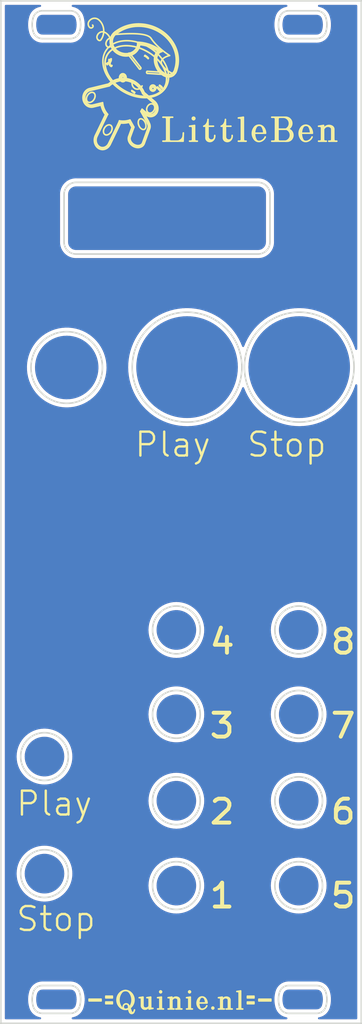
<source format=kicad_pcb>
(kicad_pcb (version 20211014) (generator pcbnew)
  (layers (0 "F.Cu" signal) (31 "B.Cu" signal) (34 "B.Paste" user) (35 "F.Paste" user) (36 "B.SilkS" user "B.Silkscreen") (37 "F.SilkS" user "F.Silkscreen") (38 "B.Mask" user) (39 "F.Mask" user) (44 "Edge.Cuts" user))
  (net 0 "")
  (gr_line (start 45.209972 36.281539) (end 43.940987 38.902971) (layer "F.SilkS") (width 0.2))
  (gr_arc (start 60.685998 148.429497) (mid 60.637775 148.546795) (end 60.520477 148.595018) (layer "F.SilkS") (width 0.2))
  (gr_curve (pts (xy 51.760706 30.633543) (xy 52.118077 31.202907) (xy 52.655242 31.556159) (xy 53.162652 31.556159)) (layer "F.SilkS") (width 0.2))
  (gr_line (start 56.298691 39.40452) (end 56.424101 39.40452) (layer "F.SilkS") (width 0.2))
  (gr_line (start 55.7921 148.4275) (end 55.88669 148.4275) (layer "F.SilkS") (width 0.2))
  (gr_curve (pts (xy 47.770313 31.83399) (xy 47.828981 31.654559) (xy 47.791184 31.450337) (xy 47.674548 31.316552)) (layer "F.SilkS") (width 0.2))
  (gr_arc (start 62.096794 36.709064) (mid 62.252326 36.773005) (end 62.316267 36.928538) (layer "F.SilkS") (width 0.2))
  (gr_line (start 51.184165 33.329681) (end 51.184165 33.329681) (layer "F.SilkS") (width 0.2))
  (gr_line (start 64.58635 147.46002) (end 65.98146 147.46002) (layer "F.SilkS") (width 0.2))
  (gr_curve (pts (xy 50.938673 33.221287) (xy 51.004561 33.28749) (xy 51.092974 33.323554) (xy 51.184463 33.321547)) (layer "F.SilkS") (width 0.2))
  (gr_line (start 46.885191 37.276975) (end 45.612734 39.906377) (layer "F.SilkS") (width 0.2))
  (gr_curve (pts (xy 53.34023 26.717803) (xy 52.558698 25.788136) (xy 51.444485 25.166948) (xy 50.201441 24.968816)) (layer "F.SilkS") (width 0.2))
  (gr_arc (start 67.143359 39.625997) (mid 66.987858 39.562038) (end 66.923884 39.406523) (layer "F.SilkS") (width 0.2))
  (gr_curve (pts (xy 47.607448 31.812531) (xy 47.638953 31.722407) (xy 47.618966 31.619849) (xy 47.556806 31.552678)) (layer "F.SilkS") (width 0.2))
  (gr_curve (pts (xy 47.298836 31.425351) (xy 47.200102 31.475001) (xy 47.137157 31.588243) (xy 47.139351 31.712273)) (layer "F.SilkS") (width 0.2))
  (gr_curve (pts (xy 51.864847 30.55281) (xy 52.146566 31.000897) (xy 52.556799 31.315369) (xy 52.962284 31.394693)) (layer "F.SilkS") (width 0.2))
  (gr_line (start 72.033021 39.626) (end 72.189791 39.626) (layer "F.SilkS") (width 0.2))
  (gr_line (start 45.24777 146.9841) (end 46.07537 146.9841) (layer "F.SilkS") (width 0.2))
  (gr_arc (start 62.128103 148.429504) (mid 62.095333 148.510124) (end 62.033518 148.571379) (layer "F.SilkS") (width 0.2))
  (gr_arc (start 52.009226 147.173265) (mid 52.074857 147.225863) (end 52.127456 147.291495) (layer "F.SilkS") (width 0.2))
  (gr_line (start 54.70469 148.59302) (end 54.82292 148.59302) (layer "F.SilkS") (width 0.2))
  (gr_arc (start 50.590773 148.402849) (mid 50.431583 148.472297) (end 50.259732 148.497432) (layer "F.SilkS") (width 0.2))
  (gr_curve (pts (xy 51.056591 32.680966) (xy 50.942417 32.732917) (xy 50.869492 32.850912) (xy 50.87182 32.979932)) (layer "F.SilkS") (width 0.2))
  (gr_line (start 50.593472 37.071865) (end 50.054484 36.118231) (layer "F.SilkS") (width 0.2))
  (gr_arc (start 56.173268 39.404523) (mid 56.109326 39.560056) (end 55.953793 39.623997) (layer "F.SilkS") (width 0.2))
  (gr_arc (start 55.650226 147.174265) (mid 55.715857 147.226863) (end 55.768456 147.292495) (layer "F.SilkS") (width 0.2))
  (gr_curve (pts (xy 47.661808 31.819497) (xy 47.702333 31.699763) (xy 47.67637 31.563528) (xy 47.596025 31.474319)) (layer "F.SilkS") (width 0.2))
  (gr_curve (pts (xy 51.393418 32.742601) (xy 51.303704 32.653342) (xy 51.170765 32.629016) (xy 51.056591 32.680966)) (layer "F.SilkS") (width 0.2))
  (gr_line (start 50.610653 29.216427) (end 50.580542 29.261416) (layer "F.SilkS") (width 0.2))
  (gr_curve (pts (xy 50.901119 32.988251) (xy 50.903965 33.147489) (xy 51.031668 33.273797) (xy 51.186351 33.270368)) (layer "F.SilkS") (width 0.2))
  (gr_line (start 52.03287 148.56837) (end 52.26933 148.56837) (layer "F.SilkS") (width 0.2))
  (gr_line (start 51.187161 33.254376) (end 51.187161 33.254376) (layer "F.SilkS") (width 0.2))
  (gr_line (start 60.184981 37.46156) (end 60.184981 39.12333) (layer "F.SilkS") (width 0.2))
  (gr_curve (pts (xy 45.052636 25.933738) (xy 44.685452 25.790604) (xy 44.283449 26.005305) (xy 44.154618 26.414259)) (layer "F.SilkS") (width 0.2))
  (gr_arc (start 72.189794 37.744754) (mid 72.34533 37.808695) (end 72.409267 37.964228) (layer "F.SilkS") (width 0.2))
  (gr_arc (start 59.905694 147.460021) (mid 60.258052 147.134474) (end 60.733293 147.199919) (layer "F.SilkS") (width 0.2))
  (gr_curve (pts (xy 50.264376 36.295886) (xy 50.44575 36.449275) (xy 50.667864 36.53394) (xy 50.890685 36.53394)) (layer "F.SilkS") (width 0.2))
  (gr_curve (pts (xy 49.76749 38.097556) (xy 49.964331 38.213183) (xy 50.154364 38.16878) (xy 50.248978 37.985051)) (layer "F.SilkS") (width 0.2))
  (gr_line (start 59.551 147.17627) (end 59.43277 147.17627) (layer "F.SilkS") (width 0.2))
  (gr_line (start 51.185254 33.299499) (end 51.185254 33.299499) (layer "F.SilkS") (width 0.2))
  (gr_line (start 63.90137 147.93294) (end 63.90137 147.72012) (layer "F.SilkS") (width 0.2))
  (gr_line (start 65.98146 147.46002) (end 66.02875 147.57825) (layer "F.SilkS") (width 0.2))
  (gr_arc (start 50.708992 148.23733) (mid 50.588901 148.411135) (end 50.425243 148.544724) (layer "F.SilkS") (width 0.2))
  (gr_line (start 66.767101 39.46923) (end 66.767101 36.77277) (layer "F.SilkS") (width 0.2))
  (gr_curve (pts (xy 49.84217 27.538885) (xy 50.55533 27.652052) (xy 51.224491 27.919283) (xy 51.80154 28.317661)) (layer "F.SilkS") (width 0.2))
  (gr_curve (pts (xy 51.274982 35.039015) (xy 51.132872 34.902254) (xy 50.91455 34.895229) (xy 50.721819 35.021215)) (layer "F.SilkS") (width 0.2))
  (gr_curve (pts (xy 52.716432 32.730964) (xy 52.272287 33.643638) (xy 51.161818 34.123504) (xy 49.803328 33.9898)) (layer "F.SilkS") (width 0.2))
  (gr_curve (pts (xy 50.852316 32.974762) (xy 50.853926 33.064879) (xy 50.889847 33.150543) (xy 50.952176 33.212909)) (layer "F.SilkS") (width 0.2))
  (gr_line (start 59.8111 147.15262) (end 59.8111 148.4295) (layer "F.SilkS") (width 0.2))
  (gr_curve (pts (xy 43.226529 25.346042) (xy 43.34808 25.449691) (xy 43.521859 25.423602) (xy 43.614605 25.288577)) (layer "F.SilkS") (width 0.2))
  (gr_curve (pts (xy 47.128329 31.998193) (xy 47.203119 32.083832) (xy 47.303324 32.130661) (xy 47.406899 32.128376)) (layer "F.SilkS") (width 0.2))
  (gr_line (start 48.33424 39.121541) (end 48.795294 37.858118) (layer "F.SilkS") (width 0.2))
  (gr_curve (pts (xy 49.791455 35.885136) (xy 49.811293 35.848471) (xy 49.819264 35.834479) (xy 49.845478 35.786124)) (layer "F.SilkS") (width 0.2))
  (gr_curve (pts (xy 47.082914 31.694423) (xy 47.086504 31.901549) (xy 47.232522 32.066382) (xy 47.409054 32.062586)) (layer "F.SilkS") (width 0.2))
  (gr_curve (pts (xy 45.386094 31.362598) (xy 45.909571 32.287911) (xy 46.794639 33.093052) (xy 47.846594 33.6009)) (layer "F.SilkS") (width 0.2))
  (gr_curve (pts (xy 51.39335 33.080439) (xy 51.426612 32.995238) (xy 51.405643 32.898486) (xy 51.340219 32.8353)) (layer "F.SilkS") (width 0.2))
  (gr_arc (start 52.056518 148.426497) (mid 52.008295 148.543795) (end 51.890997 148.592018) (layer "F.SilkS") (width 0.2))
  (gr_line (start 52.1511 147.14962) (end 52.1511 148.4265) (layer "F.SilkS") (width 0.2))
  (gr_curve (pts (xy 45.850689 38.545893) (xy 45.961214 38.4035) (xy 46.030175 38.23128) (xy 46.042401 38.067118)) (layer "F.SilkS") (width 0.2))
  (gr_line (start 74.165101 39.626) (end 74.321871 39.626) (layer "F.SilkS") (width 0.2))
  (gr_line (start 52.693211 39.624) (end 52.442371 39.624) (layer "F.SilkS") (width 0.2))
  (gr_curve (pts (xy 47.68604 31.29413) (xy 47.564234 31.153991) (xy 47.384075 31.115207) (xy 47.22957 31.195862)) (layer "F.SilkS") (width 0.2))
  (gr_curve (pts (xy 51.414989 35.417882) (xy 51.41853 35.264975) (xy 51.368168 35.128693) (xy 51.274982 35.039015)) (layer "F.SilkS") (width 0.2))
  (gr_curve (pts (xy 46.652418 25.903419) (xy 46.263077 26.126934) (xy 46.012695 26.481596) (xy 45.947805 26.90289)) (layer "F.SilkS") (width 0.2))
  (gr_curve (pts (xy 47.101379 31.700891) (xy 47.103014 31.79428) (xy 47.136392 31.883154) (xy 47.194169 31.94796)) (layer "F.SilkS") (width 0.2))
  (gr_curve (pts (xy 51.429112 32.680013) (xy 51.323246 32.573254) (xy 51.166393 32.544107) (xy 51.031692 32.606162)) (layer "F.SilkS") (width 0.2))
  (gr_curve (pts (xy 51.358285 32.804476) (xy 51.284854 32.732563) (xy 51.175979 32.712947) (xy 51.082427 32.754777)) (layer "F.SilkS") (width 0.2))
  (gr_arc (start 61.15696 38.997915) (mid 61.064254 39.341945) (end 60.812065 39.593641) (layer "F.SilkS") (width 0.2))
  (gr_line (start 49.92869 147.10233) (end 49.45577 147.17327) (layer "F.SilkS") (width 0.2))
  (gr_line (start 59.90569 147.10533) (end 59.90569 148.4295) (layer "F.SilkS") (width 0.2))
  (gr_curve (pts (xy 48.670793 37.870693) (xy 48.631826 37.977499) (xy 48.231172 39.075843) (xy 48.231172 39.075843)) (layer "F.SilkS") (width 0.2))
  (gr_curve (pts (xy 47.739329 31.829487) (xy 47.792838 31.667049) (xy 47.75845 31.482159) (xy 47.652202 31.361032)) (layer "F.SilkS") (width 0.2))
  (gr_arc (start 73.757502 37.776112) (mid 73.895009 37.92486) (end 73.945624 38.121004) (layer "F.SilkS") (width 0.2))
  (gr_line (start 55.7921 146.37031) (end 55.7921 146.55948) (layer "F.SilkS") (width 0.2))
  (gr_arc (start 48.250038 148.379209) (mid 47.729829 148.641361) (end 47.209621 148.379208) (layer "F.SilkS") (width 0.2))
  (gr_curve (pts (xy 51.740702 32.808142) (xy 51.740702 32.808142) (xy 52.205121 33.153357) (xy 52.171467 33.207911)) (layer "F.SilkS") (width 0.2))
  (gr_curve (pts (xy 48.804345 40.31323) (xy 48.966413 40.386913) (xy 49.139286 40.425703) (xy 49.303656 40.425703)) (layer "F.SilkS") (width 0.2))
  (gr_arc (start 53.069457 36.833476) (mid 53.125623 36.720897) (end 53.226227 36.645351) (layer "F.SilkS") (width 0.2))
  (gr_line (start 55.7921 147.15062) (end 55.7921 148.4275) (layer "F.SilkS") (width 0.2))
  (gr_curve (pts (xy 45.823089 27.719741) (xy 46.053212 26.989616) (xy 45.708502 26.19004) (xy 45.052636 25.933738)) (layer "F.SilkS") (width 0.2))
  (gr_line (start 50.75629 147.2915) (end 50.709 147.33879) (layer "F.SilkS") (width 0.2))
  (gr_curve (pts (xy 48.234892 37.100028) (xy 48.295999 37.208251) (xy 48.62173 37.783726) (xy 48.670793 37.870693)) (layer "F.SilkS") (width 0.2))
  (gr_curve (pts (xy 51.031692 32.606162) (xy 50.896992 32.668217) (xy 50.810971 32.809254) (xy 50.813742 32.963507)) (layer "F.SilkS") (width 0.2))
  (gr_line (start 54.35 148.56937) (end 54.53917 148.56937) (layer "F.SilkS") (width 0.2))
  (gr_curve (pts (xy 47.185708 31.727112) (xy 47.186872 31.793578) (xy 47.211395 31.856813) (xy 47.253882 31.902907)) (layer "F.SilkS") (width 0.2))
  (gr_curve (pts (xy 47.596025 31.474319) (xy 47.51568 31.38511) (xy 47.396775 31.360494) (xy 47.294757 31.411951)) (layer "F.SilkS") (width 0.2))
  (gr_curve (pts (xy 50.580542 29.261416) (xy 50.580896 29.261416) (xy 50.223106 28.906106) (xy 50.133304 28.937811)) (layer "F.SilkS") (width 0.2))
  (gr_line (start 49.92869 148.16639) (end 49.92869 147.10233) (layer "F.SilkS") (width 0.2))
  (gr_curve (pts (xy 51.506919 33.093457) (xy 51.559182 32.953671) (xy 51.526032 32.794858) (xy 51.422926 32.691075)) (layer "F.SilkS") (width 0.2))
  (gr_line (start 60.16579 148.59502) (end 59.43277 148.59502) (layer "F.SilkS") (width 0.2))
  (gr_curve (pts (xy 51.188262 33.224539) (xy 51.279143 33.222515) (xy 51.360087 33.165641) (xy 51.39335 33.080439)) (layer "F.SilkS") (width 0.2))
  (gr_curve (pts (xy 47.556806 31.552678) (xy 47.494646 31.485507) (xy 47.402554 31.466953) (xy 47.323473 31.505666)) (layer "F.SilkS") (width 0.2))
  (gr_curve (pts (xy 50.989051 33.011273) (xy 50.989998 33.062969) (xy 51.011646 33.112076) (xy 51.049231 33.147792)) (layer "F.SilkS") (width 0.2))
  (gr_arc (start 57.021524 147.293503) (mid 57.38803 147.08572) (end 57.754536 147.293504) (layer "F.SilkS") (width 0.2))
  (gr_line (start 62.38821 148.59502) (end 62.48279 148.59502) (layer "F.SilkS") (width 0.2))
  (gr_curve (pts (xy 50.998249 33.014227) (xy 50.99912 33.063212) (xy 51.019727 33.109755) (xy 51.055538 33.143616)) (layer "F.SilkS") (width 0.2))
  (gr_line (start 47.409054 32.062586) (end 47.409054 32.062586) (layer "F.SilkS") (width 0.2))
  (gr_line (start 45.24777 147.19692) (end 45.24777 146.9841) (layer "F.SilkS") (width 0.2))
  (gr_arc (start 68.115337 38.121009) (mid 68.392834 38.193095) (end 68.617 38.37184) (layer "F.SilkS") (width 0.2))
  (gr_line (start 50.570959 37.95217) (end 49.88797 39.8249) (layer "F.SilkS") (width 0.2))
  (gr_curve (pts (xy 47.428886 28.747769) (xy 47.955288 28.848245) (xy 48.476943 28.732609) (xy 48.859637 28.430829)) (layer "F.SilkS") (width 0.2))
  (gr_line (start 45.341319 29.87733) (end 45.393864 29.977453) (layer "F.SilkS") (width 0.2))
  (gr_arc (start 53.226235 36.833478) (mid 53.290162 36.677919) (end 53.445708 36.614004) (layer "F.SilkS") (width 0.2))
  (gr_curve (pts (xy 51.063268 33.138416) (xy 51.097325 33.170328) (xy 51.143053 33.187667) (xy 51.190392 33.186618)) (layer "F.SilkS") (width 0.2))
  (gr_arc (start 49.692232 147.173274) (mid 49.758608 147.217122) (end 49.786816 147.291504) (layer "F.SilkS") (width 0.2))
  (gr_arc (start 54.704684 148.593018) (mid 54.587385 148.544796) (end 54.539162 148.427498) (layer "F.SilkS") (width 0.2))
  (gr_curve (pts (xy 51.967722 30.472782) (xy 51.745196 30.119177) (xy 51.634408 29.726792) (xy 51.635041 29.37636)) (layer "F.SilkS") (width 0.2))
  (gr_curve (pts (xy 47.602014 31.463327) (xy 47.519128 31.370893) (xy 47.396411 31.345314) (xy 47.291084 31.398518)) (layer "F.SilkS") (width 0.2))
  (gr_arc (start 57.423495 148.617665) (mid 57.248664 148.602956) (end 57.092452 148.523081) (layer "F.SilkS") (width 0.2))
  (gr_curve (pts (xy 51.187161 33.254376) (xy 51.29289 33.252009) (xy 51.387034 33.184779) (xy 51.425693 33.084035)) (layer "F.SilkS") (width 0.2))
  (gr_curve (pts (xy 45.612734 39.906377) (xy 45.451197 40.238484) (xy 45.148847 40.4296) (xy 44.842423 40.4296)) (layer "F.SilkS") (width 0.2))
  (gr_curve (pts (xy 47.407371 32.111919) (xy 47.558157 32.108643) (xy 47.692207 31.997827) (xy 47.747014 31.831144)) (layer "F.SilkS") (width 0.2))
  (gr_curve (pts (xy 47.409462 32.046457) (xy 47.531576 32.043804) (xy 47.640163 31.955621) (xy 47.68459 31.823026)) (layer "F.SilkS") (width 0.2))
  (gr_curve (pts (xy 53.940386 30.951188) (xy 53.940386 30.945548) (xy 54.079979 30.576431) (xy 54.079979 30.576078)) (layer "F.SilkS") (width 0.2))
  (gr_curve (pts (xy 47.412223 31.980782) (xy 47.505665 31.978762) (xy 47.588794 31.913134) (xy 47.622847 31.8145)) (layer "F.SilkS") (width 0.2))
  (gr_curve (pts (xy 43.108252 34.752206) (xy 43.304226 34.795531) (xy 43.541819 34.682127) (xy 43.710243 34.464873)) (layer "F.SilkS") (width 0.2))
  (gr_line (start 63.07377 147.19992) (end 63.07377 146.9871) (layer "F.SilkS") (width 0.2))
  (gr_line (start 72.534691 39.40652) (end 72.6601 39.40652) (layer "F.SilkS") (width 0.2))
  (gr_curve (pts (xy 46.130368 32.082758) (xy 45.216023 31.036381) (xy 44.926367 29.829555) (xy 45.370512 28.916881)) (layer "F.SilkS") (width 0.2))
  (gr_line (start 49.69223 147.17327) (end 49.8341 147.14962) (layer "F.SilkS") (width 0.2))
  (gr_curve (pts (xy 51.098987 32.804234) (xy 51.019173 32.839369) (xy 50.968158 32.919072) (xy 50.969731 33.006178)) (layer "F.SilkS") (width 0.2))
  (gr_curve (pts (xy 50.980203 33.194277) (xy 51.03547 33.249038) (xy 51.109617 33.278829) (xy 51.186333 33.277094)) (layer "F.SilkS") (width 0.2))
  (gr_line (start 66.923871 38.121) (end 67.895851 38.121) (layer "F.SilkS") (width 0.2))
  (gr_arc (start 57.4235 148.617662) (mid 57.178665 148.589734) (end 56.974232 148.452142) (layer "F.SilkS") (width 0.2))
  (gr_curve (pts (xy 47.449777 28.608865) (xy 46.641023 28.454802) (xy 46.053529 27.80259) (xy 46.058277 27.104899)) (layer "F.SilkS") (width 0.2))
  (gr_line (start 47.396742 31.877711) (end 47.396742 31.877711) (layer "F.SilkS") (width 0.2))
  (gr_line (start 51.186333 33.277094) (end 51.186333 33.277094) (layer "F.SilkS") (width 0.2))
  (gr_curve (pts (xy 51.334356 32.845668) (xy 51.271696 32.785452) (xy 51.178801 32.769099) (xy 51.098987 32.804234)) (layer "F.SilkS") (width 0.2))
  (gr_curve (pts (xy 51.1161 32.853139) (xy 51.049883 32.881569) (xy 51.00753 32.946025) (xy 51.008789 33.016451)) (layer "F.SilkS") (width 0.2))
  (gr_line (start 59.777371 37.74375) (end 60.059561 37.74375) (layer "F.SilkS") (width 0.2))
  (gr_curve (pts (xy 53.540282 27.202202) (xy 52.793886 26.092737) (xy 51.570467 25.329119) (xy 50.183715 25.108072)) (layer "F.SilkS") (width 0.2))
  (gr_line (start 51.77277 148.59202) (end 51.891 148.59202) (layer "F.SilkS") (width 0.2))
  (gr_curve (pts (xy 52.028181 28.485474) (xy 52.043375 28.47525) (xy 52.058885 28.465731) (xy 52.074395 28.456565)) (layer "F.SilkS") (width 0.2))
  (gr_curve (pts (xy 45.055258 28.666853) (xy 44.743611 29.467596) (xy 44.862617 30.437285) (xy 45.386094 31.362598)) (layer "F.SilkS") (width 0.2))
  (gr_line (start 59.71652 148.4295) (end 59.71652 147.34179) (layer "F.SilkS") (width 0.2))
  (gr_arc (start 72.660105 38.120998) (mid 73.127329 37.689362) (end 73.757495 37.776104) (layer "F.SilkS") (width 0.2))
  (gr_arc (start 57.865565 37.555626) (mid 57.793602 37.626364) (end 57.708793 37.681043) (layer "F.SilkS") (width 0.2))
  (gr_arc (start 56.298692 39.404518) (mid 56.254383 39.52699) (end 56.141918 39.592646) (layer "F.SilkS") (width 0.2))
  (gr_line (start 46.02808 147.81171) (end 45.31871 147.81171) (layer "F.SilkS") (width 0.2))
  (gr_curve (pts (xy 42.509898 34.397828) (xy 42.62099 34.967458) (xy 43.127475 35.330562) (xy 43.63869 35.208346)) (layer "F.SilkS") (width 0.2))
  (gr_line (start 73.945621 38.121) (end 73.945621 39.40652) (layer "F.SilkS") (width 0.2))
  (gr_curve (pts (xy 47.28206 31.371522) (xy 47.170196 31.428475) (xy 47.098885 31.55847) (xy 47.101379 31.700891)) (layer "F.SilkS") (width 0.2))
  (gr_line (start 47.412223 31.980782) (end 47.412223 31.980782) (layer "F.SilkS") (width 0.2))
  (gr_line (start 59.66923 147.17627) (end 59.8111 147.15262) (layer "F.SilkS") (width 0.2))
  (gr_curve (pts (xy 48.260116 27.655271) (xy 49.618606 27.788974) (xy 51.01873 28.515935) (xy 51.933075 29.562312)) (layer "F.SilkS") (width 0.2))
  (gr_line (start 52.02906 32.597365) (end 52.02906 32.597365) (layer "F.SilkS") (width 0.2))
  (gr_curve (pts (xy 51.055538 33.143616) (xy 51.091349 33.177477) (xy 51.139429 33.195883) (xy 51.189202 33.194786)) (layer "F.SilkS") (width 0.2))
  (gr_line (start 68.083981 38.121) (end 66.923871 38.121) (layer "F.SilkS") (width 0.2))
  (gr_curve (pts (xy 47.045639 31.683182) (xy 47.047598 31.79452) (xy 47.086888 31.900481) (xy 47.154865 31.977755)) (layer "F.SilkS") (width 0.2))
  (gr_arc (start 48.7466 149.01764) (mid 48.564047 149.033559) (end 48.43921 148.899414) (layer "F.SilkS") (width 0.2))
  (gr_arc (start 60.059565 37.555626) (mid 59.987602 37.626364) (end 59.902793 37.681043) (layer "F.SilkS") (width 0.2))
  (gr_curve (pts (xy 51.381578 32.762816) (xy 51.297294 32.679302) (xy 51.172414 32.656573) (xy 51.065168 32.705227)) (layer "F.SilkS") (width 0.2))
  (gr_curve (pts (xy 51.048127 32.656374) (xy 50.927142 32.71167) (xy 50.84986 32.837331) (xy 50.852316 32.974762)) (layer "F.SilkS") (width 0.2))
  (gr_curve (pts (xy 51.399378 32.7319) (xy 51.306993 32.639666) (xy 51.170093 32.614508) (xy 51.052514 32.668159)) (layer "F.SilkS") (width 0.2))
  (gr_arc (start 51.890997 147.173273) (mid 52.008295 147.221495) (end 52.056517 147.338793) (layer "F.SilkS") (width 0.2))
  (gr_curve (pts (xy 47.064403 31.688897) (xy 47.066219 31.794252) (xy 47.103505 31.894532) (xy 47.168057 31.967676)) (layer "F.SilkS") (width 0.2))
  (gr_curve (pts (xy 48.589399 27.059531) (xy 46.92538 26.811321) (xy 45.530527 27.445697) (xy 45.055258 28.666853)) (layer "F.SilkS") (width 0.2))
  (gr_curve (pts (xy 51.690045 35.399994) (xy 51.657808 35.139268) (xy 51.527091 34.894483) (xy 51.331723 34.729227)) (layer "F.SilkS") (width 0.2))
  (gr_curve (pts (xy 47.073481 31.691779) (xy 47.075255 31.794142) (xy 47.111566 31.891569) (xy 47.174427 31.962627)) (layer "F.SilkS") (width 0.2))
  (gr_arc (start 60.184986 37.461564) (mid 60.135241 37.578712) (end 60.059568 37.681044) (layer "F.SilkS") (width 0.2))
  (gr_line (start 73.820211 39.40652) (end 73.945621 39.40652) (layer "F.SilkS") (width 0.2))
  (gr_arc (start 60.73329 147.19992) (mid 60.836996 147.312098) (end 60.875164 147.460023) (layer "F.SilkS") (width 0.2))
  (gr_curve (pts (xy 47.148189 31.982348) (xy 47.217859 32.061775) (xy 47.311226 32.105218) (xy 47.407751 32.103121)) (layer "F.SilkS") (width 0.2))
  (gr_line (start 66.610331 36.83548) (end 66.610331 39.40652) (layer "F.SilkS") (width 0.2))
  (gr_curve (pts (xy 47.406899 32.128376) (xy 47.564853 32.124892) (xy 47.705239 32.008392) (xy 47.762594 31.8332)) (layer "F.SilkS") (width 0.2))
  (gr_arc (start 54.539164 148.569377) (mid 54.467295 148.514824) (end 54.44458 148.427501) (layer "F.SilkS") (width 0.2))
  (gr_curve (pts (xy 43.43831 35.108448) (xy 43.051808 35.108448) (xy 42.703919 34.809641) (xy 42.618457 34.371614)) (layer "F.SilkS") (width 0.2))
  (gr_curve (pts (xy 52.424046 31.236523) (xy 52.470275 31.239357) (xy 52.510836 31.183209) (xy 52.514556 31.110943)) (layer "F.SilkS") (width 0.2))
  (gr_curve (pts (xy 50.166249 25.247261) (xy 48.862973 25.040044) (xy 47.62718 25.356635) (xy 46.712336 26.026818)) (layer "F.SilkS") (width 0.2))
  (gr_line (start 47.458204 31.754433) (end 47.458204 31.754433) (layer "F.SilkS") (width 0.2))
  (gr_curve (pts (xy 44.026768 39.49421) (xy 44.027069 39.334975) (xy 44.062529 39.171667) (xy 44.136053 39.019695)) (layer "F.SilkS") (width 0.2))
  (gr_line (start 53.226231 39.40452) (end 53.226231 36.83348) (layer "F.SilkS") (width 0.2))
  (gr_arc (start 55.531997 147.174273) (mid 55.649295 147.222495) (end 55.697517 147.339793) (layer "F.SilkS") (width 0.2))
  (gr_curve (pts (xy 45.248661 38.832978) (xy 45.444527 38.876353) (xy 45.682135 38.763046) (xy 45.850689 38.545893)) (layer "F.SilkS") (width 0.2))
  (gr_curve (pts (xy 42.599523 34.171818) (xy 42.60016 33.742116) (xy 42.86891 33.355986) (xy 43.261416 33.260871)) (layer "F.SilkS") (width 0.2))
  (gr_line (start 50.948073 26.712251) (end 50.948073 26.712251) (layer "F.SilkS") (width 0.2))
  (gr_curve (pts (xy 50.330797 36.197228) (xy 50.720824 36.526855) (xy 51.262645 36.465571) (xy 51.538427 36.061551)) (layer "F.SilkS") (width 0.2))
  (gr_line (start 73.694791 39.40652) (end 73.694791 38.121) (layer "F.SilkS") (width 0.2))
  (gr_curve (pts (xy 51.80154 28.317661) (xy 51.535331 28.549637) (xy 51.386875 28.915581) (xy 51.382127 29.355207)) (layer "F.SilkS") (width 0.2))
  (gr_curve (pts (xy 51.007974 33.175655) (xy 51.056125 33.22281) (xy 51.120757 33.248481) (xy 51.187652 33.247021)) (layer "F.SilkS") (width 0.2))
  (gr_arc (start 57.754543 147.293502) (mid 57.880312 147.527446) (end 57.920063 147.790063) (layer "F.SilkS") (width 0.2))
  (gr_line (start 72.6601 39.40652) (end 72.6601 38.121) (layer "F.SilkS") (width 0.2))
  (gr_curve (pts (xy 51.340219 32.8353) (xy 51.274796 32.772114) (xy 51.177802 32.754937) (xy 51.094467 32.791779)) (layer "F.SilkS") (width 0.2))
  (gr_arc (start 60.567769 147.247209) (mid 60.653693 147.338719) (end 60.685996 147.460019) (layer "F.SilkS") (width 0.2))
  (gr_curve (pts (xy 49.511705 27.498342) (xy 49.624709 27.508213) (xy 49.735497 27.52161) (xy 49.84217 27.538885)) (layer "F.SilkS") (width 0.2))
  (gr_line (start 47.406899 32.128376) (end 47.406899 32.128376) (layer "F.SilkS") (width 0.2))
  (gr_line (start 45.709461 39.965182) (end 46.982096 37.335602) (layer "F.SilkS") (width 0.2))
  (gr_line (start 47.411248 32.01308) (end 47.411248 32.01308) (layer "F.SilkS") (width 0.2))
  (gr_curve (pts (xy 51.450212 33.086752) (xy 51.49295 32.97418) (xy 51.465862 32.846329) (xy 51.381578 32.762816)) (layer "F.SilkS") (width 0.2))
  (gr_arc (start 47.11504 148.355559) (mid 46.78251 147.45702) (end 47.11504 146.558481) (layer "F.SilkS") (width 0.2))
  (gr_curve (pts (xy 49.250878 27.531834) (xy 49.149902 28.192155) (xy 48.530754 28.642005) (xy 47.796703 28.642005)) (layer "F.SilkS") (width 0.2))
  (gr_curve (pts (xy 47.612423 31.440706) (xy 47.524312 31.341875) (xy 47.393924 31.31457) (xy 47.28206 31.371522)) (layer "F.SilkS") (width 0.2))
  (gr_line (start 45.31871 147.10233) (end 46.02808 147.10233) (layer "F.SilkS") (width 0.2))
  (gr_line (start 47.412262 31.972896) (end 47.412262 31.972896) (layer "F.SilkS") (width 0.2))
  (gr_line (start 51.186351 33.270368) (end 51.186351 33.270368) (layer "F.SilkS") (width 0.2))
  (gr_curve (pts (xy 45.915881 37.670535) (xy 45.773694 37.533639) (xy 45.543974 37.541032) (xy 45.333839 37.689267)) (layer "F.SilkS") (width 0.2))
  (gr_curve (pts (xy 49.303656 40.425703) (xy 49.676502 40.425703) (xy 49.978498 40.231044) (xy 50.092743 39.918421)) (layer "F.SilkS") (width 0.2))
  (gr_arc (start 52.1511 146.558479) (mid 52.032871 146.44025) (end 52.1511 146.322021) (layer "F.SilkS") (width 0.2))
  (gr_curve (pts (xy 48.143496 39.633075) (xy 48.253667 39.924797) (xy 48.494555 40.172594) (xy 48.804345 40.31323)) (layer "F.SilkS") (width 0.2))
  (gr_arc (start 61.040684 148.595018) (mid 60.923385 148.546796) (end 60.875162 148.429498) (layer "F.SilkS") (width 0.2))
  (gr_curve (pts (xy 49.845478 35.786124) (xy 49.980978 35.900723) (xy 50.330797 36.197228) (xy 50.330797 36.197228)) (layer "F.SilkS") (width 0.2))
  (gr_arc (start 57.990986 37.461564) (mid 57.941241 37.578712) (end 57.865568 37.681044) (layer "F.SilkS") (width 0.2))
  (gr_curve (pts (xy 52.289609 32.991465) (xy 52.289609 32.991465) (xy 52.032779 32.686458) (xy 51.991332 32.68575)) (layer "F.SilkS") (width 0.2))
  (gr_arc (start 53.687917 147.292505) (mid 53.951837 147.176789) (end 54.23177 147.245213) (layer "F.SilkS") (width 0.2))
  (gr_line (start 55.88669 147.10333) (end 55.88669 148.4275) (layer "F.SilkS") (width 0.2))
  (gr_curve (pts (xy 51.073329 32.730141) (xy 50.972872 32.775387) (xy 50.908688 32.878136) (xy 50.910705 32.990476)) (layer "F.SilkS") (width 0.2))
  (gr_line (start 52.05652 148.4265) (end 52.05652 147.33879) (layer "F.SilkS") (width 0.2))
  (gr_arc (start 64.165338 39.531936) (mid 63.835852 38.73302) (end 64.071274 37.901521) (layer "F.SilkS") (width 0.2))
  (gr_curve (pts (xy 43.851097 39.847217) (xy 43.931493 40.147088) (xy 44.110034 40.392936) (xy 44.353756 40.538886)) (layer "F.SilkS") (width 0.2))
  (gr_line (start 50.385528 30.972432) (end 50.385528 30.972432) (layer "F.SilkS") (width 0.2))
  (gr_arc (start 53.569691 147.458026) (mid 53.620334 147.369215) (end 53.687919 147.292506) (layer "F.SilkS") (width 0.2))
  (gr_curve (pts (xy 51.02187 33.166212) (xy 51.066518 33.209533) (xy 51.126447 33.233102) (xy 51.188474 33.231734)) (layer "F.SilkS") (width 0.2))
  (gr_curve (pts (xy 49.375593 25.185633) (xy 49.634521 25.185633) (xy 49.898197 25.206081) (xy 50.165672 25.248386)) (layer "F.SilkS") (width 0.2))
  (gr_curve (pts (xy 51.353376 33.075473) (xy 51.37984 33.009795) (xy 51.363231 32.93524) (xy 51.311293 32.886572)) (layer "F.SilkS") (width 0.2))
  (gr_curve (pts (xy 49.376543 27.555807) (xy 49.376543 27.555807) (xy 49.377809 27.450043) (xy 49.379392 27.353092)) (layer "F.SilkS") (width 0.2))
  (gr_curve (pts (xy 49.860529 27.398924) (xy 50.668334 27.527603) (xy 51.415047 27.857235) (xy 52.046856 28.340577)) (layer "F.SilkS") (width 0.2))
  (gr_arc (start 50.330663 148.544727) (mid 49.991617 148.494457) (end 49.834103 148.190042) (layer "F.SilkS") (width 0.2))
  (gr_line (start 52.881331 39.59265) (end 53.257581 39.59265) (layer "F.SilkS") (width 0.2))
  (gr_curve (pts (xy 42.401959 34.423511) (xy 42.507365 34.963207) (xy 42.943249 35.355359) (xy 43.438327 35.355359)) (layer "F.SilkS") (width 0.2))
  (gr_curve (pts (xy 45.931978 27.111245) (xy 45.931978 27.873452) (xy 46.562522 28.582777) (xy 47.428886 28.747769)) (layer "F.SilkS") (width 0.2))
  (gr_line (start 43.261416 33.260871) (end 45.689252 32.676716) (layer "F.SilkS") (width 0.2))
  (gr_curve (pts (xy 46.982096 37.335602) (xy 46.982096 37.335602) (xy 47.008664 37.261565) (xy 47.032044 37.196029)) (layer "F.SilkS") (width 0.2))
  (gr_curve (pts (xy 51.189469 33.201719) (xy 51.269087 33.19991) (xy 51.339994 33.150788) (xy 51.369128 33.07726)) (layer "F.SilkS") (width 0.2))
  (gr_line (start 54.44458 147.50531) (end 54.44458 148.4275) (layer "F.SilkS") (width 0.2))
  (gr_curve (pts (xy 51.189383 33.20926) (xy 51.272841 33.207382) (xy 51.347174 33.155707) (xy 51.377721 33.078333)) (layer "F.SilkS") (width 0.2))
  (gr_line (start 64.541581 39.65735) (end 64.604291 39.65735) (layer "F.SilkS") (width 0.2))
  (gr_line (start 51.189383 33.20926) (end 51.189383 33.20926) (layer "F.SilkS") (width 0.2))
  (gr_curve (pts (xy 47.65775 31.350438) (xy 47.548911 31.22614) (xy 47.387897 31.191746) (xy 47.249788 31.263296)) (layer "F.SilkS") (width 0.2))
  (gr_arc (start 72.660105 38.120999) (mid 72.727255 38.003234) (end 72.816876 37.901519) (layer "F.SilkS") (width 0.2))
  (gr_line (start 60.07121 148.59502) (end 60.16579 148.59502) (layer "F.SilkS") (width 0.2))
  (gr_line (start 63.14471 147.81471) (end 63.07377 147.93294) (layer "F.SilkS") (width 0.2))
  (gr_curve (pts (xy 54.095208 29.922796) (xy 54.377189 27.731776) (xy 52.617819 25.638704) (xy 50.166249 25.247261)) (layer "F.SilkS") (width 0.2))
  (gr_line (start 51.188474 33.231734) (end 51.188474 33.231734) (layer "F.SilkS") (width 0.2))
  (gr_line (start 61.940021 39.625) (end 62.096791 39.625) (layer "F.SilkS") (width 0.2))
  (gr_arc (start 50.543477 147.173273) (mid 50.660775 147.221495) (end 50.708997 147.338793) (layer "F.SilkS") (width 0.2))
  (gr_arc (start 60.310393 36.897189) (mid 60.239422 37.24715) (end 60.059559 37.555626) (layer "F.SilkS") (width 0.2))
  (gr_line (start 47.406151 32.144361) (end 47.406151 32.144361) (layer "F.SilkS") (width 0.2))
  (gr_line (start 45.807588 40.02381) (end 47.080222 37.394053) (layer "F.SilkS") (width 0.2))
  (gr_curve (pts (xy 50.68841 37.286539) (xy 50.66255 37.208605) (xy 50.631199 37.137755) (xy 50.593472 37.071865)) (layer "F.SilkS") (width 0.2))
  (gr_line (start 51.184731 33.314427) (end 51.184731 33.314427) (layer "F.SilkS") (width 0.2))
  (gr_arc (start 55.792101 148.427501) (mid 55.75868 148.519849) (end 55.673872 148.569374) (layer "F.SilkS") (width 0.2))
  (gr_curve (pts (xy 51.172271 32.613704) (xy 50.987 32.61779) (xy 50.839597 32.777966) (xy 50.843038 32.971465)) (layer "F.SilkS") (width 0.2))
  (gr_curve (pts (xy 47.410888 32.021317) (xy 47.52225 32.018885) (xy 47.621283 31.939231) (xy 47.661808 31.819497)) (layer "F.SilkS") (width 0.2))
  (gr_line (start 45.310933 36.332196) (end 44.038175 38.961599) (layer "F.SilkS") (width 0.2))
  (gr_curve (pts (xy 46.073787 26.670561) (xy 45.68951 26.604282) (xy 45.329923 26.898307) (xy 45.270731 27.325946)) (layer "F.SilkS") (width 0.2))
  (gr_line (start 51.189469 33.201719) (end 51.189469 33.201719) (layer "F.SilkS") (width 0.2))
  (gr_line (start 74.321871 39.626) (end 73.318541 39.626) (layer "F.SilkS") (width 0.2))
  (gr_arc (start 62.033518 148.429497) (mid 61.985295 148.546795) (end 61.867997 148.595018) (layer "F.SilkS") (width 0.2))
  (gr_curve (pts (xy 53.826116 30.890198) (xy 53.816936 30.91135) (xy 53.693803 31.067529) (xy 53.629546 31.117943)) (layer "F.SilkS") (width 0.2))
  (gr_line (start 54.35 148.4275) (end 54.35 147.45802) (layer "F.SilkS") (width 0.2))
  (gr_curve (pts (xy 52.657222 29.800787) (xy 51.858905 28.389659) (xy 50.253419 27.307742) (xy 48.589399 27.059531)) (layer "F.SilkS") (width 0.2))
  (gr_arc (start 64.60429 39.657363) (mid 64.279647 39.620316) (end 64.008557 39.437882) (layer "F.SilkS") (width 0.2))
  (gr_curve (pts (xy 47.692751 31.82362) (xy 47.738427 31.686759) (xy 47.709045 31.531042) (xy 47.618305 31.42908)) (layer "F.SilkS") (width 0.2))
  (gr_curve (pts (xy 51.188474 33.231734) (xy 51.283068 33.229648) (xy 51.367324 33.170228) (xy 51.401954 33.081183)) (layer "F.SilkS") (width 0.2))
  (gr_curve (pts (xy 51.184463 33.321547) (xy 51.323985 33.318485) (xy 51.448215 33.227871) (xy 51.499224 33.091959)) (layer "F.SilkS") (width 0.2))
  (gr_arc (start 60.023917 147.294505) (mid 60.287837 147.178789) (end 60.56777 147.247213) (layer "F.SilkS") (width 0.2))
  (gr_line (start 49.893638 33.667015) (end 51.265461 34.827176) (layer "F.SilkS") (width 0.2))
  (gr_line (start 59.90569 148.4295) (end 59.90569 147.46002) (layer "F.SilkS") (width 0.2))
  (gr_curve (pts (xy 47.409639 32.05432) (xy 47.535337 32.051534) (xy 47.647075 31.960481) (xy 47.692751 31.82362)) (layer "F.SilkS") (width 0.2))
  (gr_line (start 55.69752 148.4275) (end 55.69752 147.33979) (layer "F.SilkS") (width 0.2))
  (gr_arc (start 58.116393 36.897189) (mid 58.045422 37.24715) (end 57.865559 37.555626) (layer "F.SilkS") (width 0.2))
  (gr_curve (pts (xy 47.674548 31.316552) (xy 47.557912 31.182767) (xy 47.385406 31.145765) (xy 47.237468 31.222801)) (layer "F.SilkS") (width 0.2))
  (gr_curve (pts (xy 51.000905 33.18026) (xy 51.050833 33.229268) (xy 51.117831 33.255928) (xy 51.187161 33.254376)) (layer "F.SilkS") (width 0.2))
  (gr_curve (pts (xy 47.260863 31.897462) (xy 47.301623 31.941507) (xy 47.356303 31.965586) (xy 47.412875 31.964402)) (layer "F.SilkS") (width 0.2))
  (gr_line (start 57.92006 147.79006) (end 57.82548 147.83735) (layer "F.SilkS") (width 0.2))
  (gr_line (start 66.02875 147.57825) (end 66.02875 147.36544) (layer "F.SilkS") (width 0.2))
  (gr_curve (pts (xy 47.270089 31.330837) (xy 47.148373 31.393216) (xy 47.070775 31.535672) (xy 47.073481 31.691779)) (layer "F.SilkS") (width 0.2))
  (gr_arc (start 48.746608 149.01764) (mid 48.510151 149.157281) (end 48.273693 149.017641) (layer "F.SilkS") (width 0.2))
  (gr_line (start 56.92694 147.83735) (end 57.991 147.83735) (layer "F.SilkS") (width 0.2))
  (gr_curve (pts (xy 53.283804 28.868733) (xy 53.283804 28.868733) (xy 51.723875 29.206508) (xy 52.408636 30.143847)) (layer "F.SilkS") (width 0.2))
  (gr_curve (pts (xy 47.253882 31.902907) (xy 47.296369 31.949) (xy 47.35334 31.974176) (xy 47.412262 31.972896)) (layer "F.SilkS") (width 0.2))
  (gr_line (start 51.188821 33.216723) (end 51.188821 33.216723) (layer "F.SilkS") (width 0.2))
  (gr_line (start 48.517143 33.333702) (end 48.527905 33.263897) (layer "F.SilkS") (width 0.2))
  (gr_curve (pts (xy 50.930899 32.995573) (xy 50.932099 33.063721) (xy 50.959823 33.128499) (xy 51.007974 33.175655)) (layer "F.SilkS") (width 0.2))
  (gr_curve (pts (xy 47.618305 31.42908) (xy 47.527566 31.327118) (xy 47.393339 31.29899) (xy 47.278215 31.357812)) (layer "F.SilkS") (width 0.2))
  (gr_line (start 47.11504 148.355561) (end 47.16233 148.45015) (layer "F.SilkS") (width 0.2))
  (gr_line (start 49.511467 36.853907) (end 49.511467 36.853907) (layer "F.SilkS") (width 0.2))
  (gr_line (start 60.40225 148.59502) (end 60.52048 148.59502) (layer "F.SilkS") (width 0.2))
  (gr_line (start 56.05221 148.59302) (end 56.14679 148.59302) (layer "F.SilkS") (width 0.2))
  (gr_line (start 52.442371 36.614) (end 52.693211 36.614) (layer "F.SilkS") (width 0.2))
  (gr_arc (start 70.873535 37.901525) (mid 70.991663 38.253457) (end 71.030305 38.62267) (layer "F.SilkS") (width 0.2))
  (gr_line (start 72.6601 37.65069) (end 72.6601 39.40652) (layer "F.SilkS") (width 0.2))
  (gr_arc (start 66.390854 36.616002) (mid 66.595024 36.655878) (end 66.767104 36.772773) (layer "F.SilkS") (width 0.2))
  (gr_arc (start 66.767104 39.469228) (mid 66.595025 39.586124) (end 66.390853 39.625999) (layer "F.SilkS") (width 0.2))
  (gr_arc (start 47.587953 148.615665) (mid 47.517015 148.095453) (end 48.037227 148.024515) (layer "F.SilkS") (width 0.2))
  (gr_line (start 45.431848 30.0254) (end 45.948122 29.310787) (layer "F.SilkS") (width 0.2))
  (gr_arc (start 51.063684 148.521078) (mid 50.946385 148.472856) (end 50.898162 148.355558) (layer "F.SilkS") (width 0.2))
  (gr_arc (start 52.269333 148.568374) (mid 52.18955 148.514658) (end 52.151101 148.426496) (layer "F.SilkS") (width 0.2))
  (gr_curve (pts (xy 51.933075 29.562312) (xy 52.847421 30.60869) (xy 53.137076 31.815516) (xy 52.692931 32.72819)) (layer "F.SilkS") (width 0.2))
  (gr_curve (pts (xy 53.827043 30.889184) (xy 53.887796 30.788046) (xy 53.931192 30.672384) (xy 53.956875 30.544678)) (layer "F.SilkS") (width 0.2))
  (gr_arc (start 53.569681 148.569379) (mid 53.507866 148.508123) (end 53.475097 148.427503) (layer "F.SilkS") (width 0.2))
  (gr_curve (pts (xy 47.240757 31.912817) (xy 47.286604 31.963043) (xy 47.348103 31.990515) (xy 47.411725 31.98919)) (layer "F.SilkS") (width 0.2))
  (gr_arc (start 54.762584 39.561293) (mid 54.497802 39.607335) (end 54.229563 39.624001) (layer "F.SilkS") (width 0.2))
  (gr_curve (pts (xy 47.168057 31.967676) (xy 47.232609 32.04082) (xy 47.31914 32.080836) (xy 47.408614 32.078923)) (layer "F.SilkS") (width 0.2))
  (gr_line (start 50.398441 36.099102) (end 49.815349 35.605635) (layer "F.SilkS") (width 0.2))
  (gr_curve (pts (xy 47.167256 31.72137) (xy 47.168471 31.793726) (xy 47.19491 31.862591) (xy 47.240757 31.912817)) (layer "F.SilkS") (width 0.2))
  (gr_curve (pts (xy 51.433798 33.085155) (xy 51.473864 32.980432) (xy 51.448541 32.861483) (xy 51.369637 32.783773)) (layer "F.SilkS") (width 0.2))
  (gr_line (start 47.407371 32.111919) (end 47.407371 32.111919) (layer "F.SilkS") (width 0.2))
  (gr_line (start 43.774693 33.589294) (end 43.774693 33.589294) (layer "F.SilkS") (width 0.2))
  (gr_arc (start 64.008571 37.838812) (mid 64.525911 37.618841) (end 65.043251 37.838812) (layer "F.SilkS") (width 0.2))
  (gr_arc (start 48.533795 149.112236) (mid 48.434741 149.075929) (end 48.36827 148.994005) (layer "F.SilkS") (width 0.2))
  (gr_line (start 57.708791 37.68104) (end 57.583371 37.74375) (layer "F.SilkS") (width 0.2))
  (gr_curve (pts (xy 47.700349 31.824722) (xy 47.747394 31.683517) (xy 47.717252 31.522796) (xy 47.623976 31.417502)) (layer "F.SilkS") (width 0.2))
  (gr_curve (pts (xy 54.250593 29.468023) (xy 54.250593 28.682548) (xy 54.005276 27.893195) (xy 53.540282 27.202202)) (layer "F.SilkS") (width 0.2))
  (gr_line (start 47.407751 32.103121) (end 47.407751 32.103121) (layer "F.SilkS") (width 0.2))
  (gr_line (start 62.48279 148.59502) (end 61.74977 148.59502) (layer "F.SilkS") (width 0.2))
  (gr_curve (pts (xy 47.408485 32.086432) (xy 47.548519 32.083375) (xy 47.673014 31.981172) (xy 47.723918 31.82748)) (layer "F.SilkS") (width 0.2))
  (gr_line (start 48.547338 37.882738) (end 48.129149 39.02926) (layer "F.SilkS") (width 0.2))
  (gr_curve (pts (xy 47.406151 32.144361) (xy 47.571274 32.140737) (xy 47.718034 32.018615) (xy 47.777999 31.834939)) (layer "F.SilkS") (width 0.2))
  (gr_arc (start 69.901563 39.437873) (mid 69.593108 38.638351) (end 69.901562 37.838808) (layer "F.SilkS") (width 0.2))
  (gr_arc (start 73.945626 39.594646) (mid 73.850334 39.522313) (end 73.820211 39.406525) (layer "F.SilkS") (width 0.2))
  (gr_curve (pts (xy 51.441931 33.086644) (xy 51.483356 32.977943) (xy 51.457178 32.85446) (xy 51.375602 32.773775)) (layer "F.SilkS") (width 0.2))
  (gr_line (start 53.069461 36.83348) (end 53.069461 39.46723) (layer "F.SilkS") (width 0.2))
  (gr_curve (pts (xy 47.20446 31.728202) (xy 47.20446 31.853982) (xy 47.296011 31.955948) (xy 47.408944 31.955948)) (layer "F.SilkS") (width 0.2))
  (gr_curve (pts (xy 51.425693 33.084035) (xy 51.464352 32.983292) (xy 51.439913 32.868875) (xy 51.363771 32.794137)) (layer "F.SilkS") (width 0.2))
  (gr_line (start 62.096791 36.70906) (end 61.940021 36.70906) (layer "F.SilkS") (width 0.2))
  (gr_curve (pts (xy 47.411685 31.997075) (xy 47.512295 31.99499) (xy 47.60184 31.923807) (xy 47.638566 31.816718)) (layer "F.SilkS") (width 0.2))
  (gr_line (start 57.37621 148.61767) (end 57.4235 148.61767) (layer "F.SilkS") (width 0.2))
  (gr_line (start 43.662743 35.328436) (end 44.665317 35.086662) (layer "F.SilkS") (width 0.2))
  (gr_arc (start 48.34462 146.558481) (mid 48.67715 147.457021) (end 48.344619 148.35556) (layer "F.SilkS") (width 0.2))
  (gr_curve (pts (xy 47.716068 31.827033) (xy 47.765725 31.677477) (xy 47.733916 31.507234) (xy 47.635472 31.395687)) (layer "F.SilkS") (width 0.2))
  (gr_arc (start 61.986227 146.39596) (mid 62.068802 146.447349) (end 62.104457 146.537837) (layer "F.SilkS") (width 0.2))
  (gr_arc (start 72.409268 39.406523) (mid 72.345326 39.562056) (end 72.189793 39.625997) (layer "F.SilkS") (width 0.2))
  (gr_curve (pts (xy 50.862227 32.976999) (xy 50.865496 33.159013) (xy 51.01012 33.303401) (xy 51.185254 33.299499)) (layer "F.SilkS") (width 0.2))
  (gr_curve (pts (xy 51.377721 33.078333) (xy 51.408268 33.000958) (xy 51.389014 32.91312) (xy 51.328936 32.855778)) (layer "F.SilkS") (width 0.2))
  (gr_curve (pts (xy 48.302358 39.30203) (xy 48.302712 39.240391) (xy 48.312809 39.179461) (xy 48.33424 39.121541)) (layer "F.SilkS") (width 0.2))
  (gr_arc (start 50.969104 148.521078) (mid 50.851805 148.472856) (end 50.803582 148.355558) (layer "F.SilkS") (width 0.2))
  (gr_curve (pts (xy 51.256103 35.854358) (xy 51.354295 35.727794) (xy 51.411449 35.570788) (xy 51.414989 35.417882)) (layer "F.SilkS") (width 0.2))
  (gr_line (start 49.45577 147.17327) (end 49.574 147.17327) (layer "F.SilkS") (width 0.2))
  (gr_curve (pts (xy 47.307352 31.451802) (xy 47.215136 31.497755) (xy 47.156263 31.602731) (xy 47.158185 31.71778)) (layer "F.SilkS") (width 0.2))
  (gr_curve (pts (xy 44.668043 26.85177) (xy 45.196977 26.080397) (xy 45.064348 24.978335) (xy 44.371763 24.389229)) (layer "F.SilkS") (width 0.2))
  (gr_line (start 47.408614 32.078923) (end 47.408614 32.078923) (layer "F.SilkS") (width 0.2))
  (gr_curve (pts (xy 48.290668 36.966477) (xy 48.038975 37.052204) (xy 47.770633 37.101799) (xy 47.490423 37.107467)) (layer "F.SilkS") (width 0.2))
  (gr_curve (pts (xy 52.074395 28.456565) (xy 52.149731 28.413202) (xy 52.231081 28.385703) (xy 52.315597 28.370191)) (layer "F.SilkS") (width 0.2))
  (gr_curve (pts (xy 47.208047 31.937411) (xy 47.262397 31.998023) (xy 47.335274 32.031178) (xy 47.410647 32.029582)) (layer "F.SilkS") (width 0.2))
  (gr_line (start 72.409271 39.40652) (end 72.409271 37.96423) (layer "F.SilkS") (width 0.2))
  (gr_line (start 61.98623 146.39596) (end 62.1281 146.37231) (layer "F.SilkS") (width 0.2))
  (gr_curve (pts (xy 51.538427 36.061551) (xy 51.64293 35.908162) (xy 51.698015 35.722714) (xy 51.698015 35.528409)) (layer "F.SilkS") (width 0.2))
  (gr_line (start 73.005001 39.626) (end 72.033021 39.626) (layer "F.SilkS") (width 0.2))
  (gr_line (start 46.07537 147.19692) (end 45.24777 147.19692) (layer "F.SilkS") (width 0.2))
  (gr_curve (pts (xy 50.697151 36.086512) (xy 50.885749 36.138999) (xy 51.106356 36.047373) (xy 51.256103 35.854358)) (layer "F.SilkS") (width 0.2))
  (gr_curve (pts (xy 51.369637 32.783773) (xy 51.290733 32.706063) (xy 51.173786 32.684895) (xy 51.073329 32.730141)) (layer "F.SilkS") (width 0.2))
  (gr_curve (pts (xy 44.771237 34.935399) (xy 44.840315 35.42302) (xy 45.036922 35.874332) (xy 45.356631 36.255325)) (layer "F.SilkS") (width 0.2))
  (gr_curve (pts (xy 47.408944 31.500457) (xy 47.296011 31.500457) (xy 47.20446 31.602422) (xy 47.20446 31.728202)) (layer "F.SilkS") (width 0.2))
  (gr_line (start 56.643581 39.624) (end 56.769 39.624) (layer "F.SilkS") (width 0.2))
  (gr_curve (pts (xy 46.998707 31.668485) (xy 47.000943 31.794873) (xy 47.045166 31.915162) (xy 47.121647 32.002888)) (layer "F.SilkS") (width 0.2))
  (gr_curve (pts (xy 47.080222 37.394053) (xy 47.089432 37.375455) (xy 47.097934 37.35668) (xy 47.106082 37.337374)) (layer "F.SilkS") (width 0.2))
  (gr_arc (start 68.115337 38.121002) (mid 68.645157 38.922887) (end 67.98992 39.626001) (layer "F.SilkS") (width 0.2))
  (gr_line (start 59.8111 148.4295) (end 59.90569 148.4295) (layer "F.SilkS") (width 0.2))
  (gr_line (start 48.085931 28.765824) (end 49.474581 30.556014) (layer "F.SilkS") (width 0.2))
  (gr_line (start 51.186596 33.262192) (end 51.186596 33.262192) (layer "F.SilkS") (width 0.2))
  (gr_line (start 51.189202 33.194786) (end 51.189202 33.194786) (layer "F.SilkS") (width 0.2))
  (gr_arc (start 57.068816 147.293497) (mid 57.38803 147.08739) (end 57.707244 147.293497) (layer "F.SilkS") (width 0.2))
  (gr_line (start 54.06625 148.59302) (end 54.18448 148.59302) (layer "F.SilkS") (width 0.2))
  (gr_line (start 67.864501 39.626) (end 67.989921 39.626) (layer "F.SilkS") (width 0.2))
  (gr_curve (pts (xy 53.162336 31.274827) (xy 52.752736 31.274827) (xy 52.287742 30.98186) (xy 51.967722 30.472782)) (layer "F.SilkS") (width 0.2))
  (gr_curve (pts (xy 47.407678 28.887377) (xy 47.535875 28.911703) (xy 47.667239 28.924395) (xy 47.797336 28.924395)) (layer "F.SilkS") (width 0.2))
  (gr_arc (start 50.259727 148.497436) (mid 50.02513 148.400991) (end 49.928684 148.166395) (layer "F.SilkS") (width 0.2))
  (gr_curve (pts (xy 44.39582 26.973752) (xy 44.511356 27.01923) (xy 44.637655 26.951894) (xy 44.677855 26.823919)) (layer "F.SilkS") (width 0.2))
  (gr_line (start 50.80358 147.14962) (end 50.68535 147.17327) (layer "F.SilkS") (width 0.2))
  (gr_line (start 51.185766 33.284564) (end 51.185766 33.284564) (layer "F.SilkS") (width 0.2))
  (gr_line (start 61.940021 36.70906) (end 62.567101 36.615) (layer "F.SilkS") (width 0.2))
  (gr_line (start 63.90137 147.72012) (end 63.07377 147.72012) (layer "F.SilkS") (width 0.2))
  (gr_curve (pts (xy 44.842441 40.676688) (xy 45.242386 40.676688) (xy 45.612043 40.426412) (xy 45.807588 40.02381)) (layer "F.SilkS") (width 0.2))
  (gr_curve (pts (xy 47.245724 31.250223) (xy 47.104328 31.32352) (xy 47.014219 31.490942) (xy 47.017415 31.674421)) (layer "F.SilkS") (width 0.2))
  (gr_curve (pts (xy 51.008789 33.016451) (xy 51.009614 33.062631) (xy 51.029211 33.106503) (xy 51.063268 33.138416)) (layer "F.SilkS") (width 0.2))
  (gr_curve (pts (xy 50.952176 33.212909) (xy 51.014505 33.275275) (xy 51.098137 33.309234) (xy 51.184673 33.307316)) (layer "F.SilkS") (width 0.2))
  (gr_curve (pts (xy 47.846594 33.6009) (xy 49.450853 34.37538) (xy 51.183441 34.337994) (xy 52.236456 33.506174)) (layer "F.SilkS") (width 0.2))
  (gr_line (start 66.02875 147.36544) (end 64.51542 147.36544) (layer "F.SilkS") (width 0.2))
  (gr_curve (pts (xy 45.689252 32.676716) (xy 46.141271 32.270926) (xy 46.738887 32.016576) (xy 47.39885 32.001521)) (layer "F.SilkS") (width 0.2))
  (gr_curve (pts (xy 47.680096 31.305252) (xy 47.560868 31.168296) (xy 47.384534 31.130413) (xy 47.233316 31.209268)) (layer "F.SilkS") (width 0.2))
  (gr_curve (pts (xy 44.665317 35.086662) (xy 44.747325 35.523449) (xy 44.932419 35.929948) (xy 45.209972 36.281539)) (layer "F.SilkS") (width 0.2))
  (gr_arc (start 67.645024 36.615997) (mid 67.868577 36.644017) (end 68.083983 36.71006) (layer "F.SilkS") (width 0.2))
  (gr_line (start 53.56969 148.4275) (end 53.56969 147.45802) (layer "F.SilkS") (width 0.2))
  (gr_line (start 62.253561 36.70906) (end 62.441691 36.67771) (layer "F.SilkS") (width 0.2))
  (gr_line (start 60.78058 147.50731) (end 60.78058 148.4295) (layer "F.SilkS") (width 0.2))
  (gr_arc (start 70.026985 37.901528) (mid 70.450255 37.628252) (end 70.873537 37.901527) (layer "F.SilkS") (width 0.2))
  (gr_curve (pts (xy 50.891633 32.985087) (xy 50.893076 33.064267) (xy 50.924936 33.139515) (xy 50.980203 33.194277)) (layer "F.SilkS") (width 0.2))
  (gr_curve (pts (xy 43.901605 33.98593) (xy 43.913691 33.821727) (xy 43.86804 33.679053) (xy 43.774693 33.589294)) (layer "F.SilkS") (width 0.2))
  (gr_curve (pts (xy 51.184165 33.329681) (xy 51.327271 33.326477) (xy 51.454655 33.233244) (xy 51.506919 33.093457)) (layer "F.SilkS") (width 0.2))
  (gr_curve (pts (xy 51.363771 32.794137) (xy 51.28763 32.719399) (xy 51.174781 32.699058) (xy 51.077846 32.742599)) (layer "F.SilkS") (width 0.2))
  (gr_line (start 55.797021 39.624) (end 55.953791 39.624) (layer "F.SilkS") (width 0.2))
  (gr_line (start 58.72364 148.59402) (end 58.72364 148.40485) (layer "F.SilkS") (width 0.2))
  (gr_curve (pts (xy 42.488679 34.175361) (xy 42.488682 34.24869) (xy 42.495647 34.323436) (xy 42.509898 34.397828)) (layer "F.SilkS") (width 0.2))
  (gr_arc (start 59.905681 148.571379) (mid 59.843866 148.510123) (end 59.811097 148.429503) (layer "F.SilkS") (width 0.2))
  (gr_curve (pts (xy 47.148107 31.715143) (xy 47.149459 31.793575) (xy 47.177897 31.868214) (xy 47.227165 31.92264)) (layer "F.SilkS") (width 0.2))
  (gr_curve (pts (xy 50.823653 32.966798) (xy 50.825428 33.065142) (xy 50.864408 33.158623) (xy 50.932017 33.226677)) (layer "F.SilkS") (width 0.2))
  (gr_curve (pts (xy 45.646228 32.561055) (xy 45.607615 32.569734) (xy 43.237877 33.140958) (xy 43.237877 33.140958)) (layer "F.SilkS") (width 0.2))
  (gr_curve (pts (xy 51.042388 33.152458) (xy 51.081783 33.190059) (xy 51.134658 33.210491) (xy 51.189383 33.20926)) (layer "F.SilkS") (width 0.2))
  (gr_curve (pts (xy 52.692931 32.72819) (xy 52.248786 33.640864) (xy 51.138318 34.12073) (xy 49.779827 33.987026)) (layer "F.SilkS") (width 0.2))
  (gr_curve (pts (xy 47.25394 31.276125) (xy 47.119112 31.345856) (xy 47.033194 31.505098) (xy 47.03625 31.679596)) (layer "F.SilkS") (width 0.2))
  (gr_curve (pts (xy 47.408112 32.095229) (xy 47.55173 32.092093) (xy 47.679407 31.986985) (xy 47.731606 31.828917)) (layer "F.SilkS") (width 0.2))
  (gr_curve (pts (xy 45.347012 28.914107) (xy 45.791157 28.001433) (xy 46.901625 27.521567) (xy 48.260116 27.655271)) (layer "F.SilkS") (width 0.2))
  (gr_line (start 60.78058 148.4295) (end 60.87517 148.4295) (layer "F.SilkS") (width 0.2))
  (gr_curve (pts (xy 50.92093 32.993052) (xy 50.922209 33.063912) (xy 50.950977 33.131253) (xy 51.000905 33.18026)) (layer "F.SilkS") (width 0.2))
  (gr_line (start 72.189791 37.74475) (end 72.033021 37.74475) (layer "F.SilkS") (width 0.2))
  (gr_arc (start 62.253567 36.709055) (mid 62.363045 36.777205) (end 62.410339 36.897183) (layer "F.SilkS") (width 0.2))
  (gr_arc (start 67.864498 36.616005) (mid 68.09286 36.647617) (end 68.303455 36.741421) (layer "F.SilkS") (width 0.2))
  (gr_curve (pts (xy 43.438327 35.355359) (xy 43.513977 35.355359) (xy 43.589627 35.346149) (xy 43.662743 35.328436)) (layer "F.SilkS") (width 0.2))
  (gr_line (start 54.982061 39.624) (end 55.013421 38.58931) (layer "F.SilkS") (width 0.2))
  (gr_curve (pts (xy 47.652202 31.361032) (xy 47.545953 31.239904) (xy 47.388767 31.206393) (xy 47.25394 31.276125)) (layer "F.SilkS") (width 0.2))
  (gr_line (start 51.190392 33.186618) (end 51.190392 33.186618) (layer "F.SilkS") (width 0.2))
  (gr_curve (pts (xy 45.600563 27.826563) (xy 45.721164 27.847716) (xy 45.833851 27.755349) (xy 45.852211 27.621028)) (layer "F.SilkS") (width 0.2))
  (gr_curve (pts (xy 47.262169 31.304059) (xy 47.133906 31.370061) (xy 47.052171 31.520735) (xy 47.055077 31.685824)) (layer "F.SilkS") (width 0.2))
  (gr_line (start 49.66196 35.886553) (end 50.406411 37.203291) (layer "F.SilkS") (width 0.2))
  (gr_curve (pts (xy 45.884814 30.21789) (xy 45.884814 30.21789) (xy 45.497688 29.949602) (xy 45.761364 29.632662)) (layer "F.SilkS") (width 0.2))
  (gr_line (start 46.058277 27.104899) (end 46.058277 27.104899) (layer "F.SilkS") (width 0.2))
  (gr_arc (start 53.069459 39.467232) (mid 52.987745 39.548466) (end 52.881335 39.592648) (layer "F.SilkS") (width 0.2))
  (gr_curve (pts (xy 49.870714 36.877361) (xy 49.74164 36.801541) (xy 49.612415 36.793105) (xy 49.511467 36.853907)) (layer "F.SilkS") (width 0.2))
  (gr_curve (pts (xy 52.02906 32.597365) (xy 52.02906 32.597365) (xy 52.320605 32.752703) (xy 52.35727 32.911051)) (layer "F.SilkS") (width 0.2))
  (gr_line (start 63.07377 147.72012) (end 63.07377 147.93294) (layer "F.SilkS") (width 0.2))
  (gr_arc (start 56.298691 36.614) (mid 56.455431 36.77078) (end 56.298691 36.92754) (layer "F.SilkS") (width 0.2))
  (gr_line (start 48.115688 28.603224) (end 48.115688 28.603224) (layer "F.SilkS") (width 0.2))
  (gr_line (start 73.694791 39.59465) (end 73.945621 39.59465) (layer "F.SilkS") (width 0.2))
  (gr_line (start 63.945851 38.62267) (end 65.356791 38.62267) (layer "F.SilkS") (width 0.2))
  (gr_line (start 58.962961 38.99792) (end 58.962961 38.90385) (layer "F.SilkS") (width 0.2))
  (gr_curve (pts (xy 54.03693 31.046023) (xy 54.111949 30.921222) (xy 54.16671 30.779145) (xy 54.200263 30.623319)) (layer "F.SilkS") (width 0.2))
  (gr_arc (start 58.83754 39.374163) (mid 58.671878 39.522405) (end 58.46129 39.593641) (layer "F.SilkS") (width 0.2))
  (gr_curve (pts (xy 47.646581 31.373104) (xy 47.542914 31.255259) (xy 47.389554 31.222678) (xy 47.258011 31.290552)) (layer "F.SilkS") (width 0.2))
  (gr_line (start 45.915881 37.670535) (end 45.915881 37.670535) (layer "F.SilkS") (width 0.2))
  (gr_curve (pts (xy 47.278215 31.357812) (xy 47.16309 31.416635) (xy 47.08974 31.550823) (xy 47.092366 31.697806)) (layer "F.SilkS") (width 0.2))
  (gr_line (start 49.98948 39.871483) (end 50.673 37.9984) (layer "F.SilkS") (width 0.2))
  (gr_curve (pts (xy 50.476393 30.84756) (xy 50.429809 30.844371) (xy 50.389425 30.900874) (xy 50.385528 30.972432)) (layer "F.SilkS") (width 0.2))
  (gr_arc (start 48.746599 149.017645) (mid 48.649503 149.085882) (end 48.533789 149.112227) (layer "F.SilkS") (width 0.2))
  (gr_curve (pts (xy 50.932017 33.226677) (xy 50.999626 33.29473) (xy 51.090326 33.331782) (xy 51.184165 33.329681)) (layer "F.SilkS") (width 0.2))
  (gr_line (start 46.02694 30.12094) (end 45.968063 30.234813) (layer "F.SilkS") (width 0.2))
  (gr_arc (start 54.231769 147.245209) (mid 54.317693 147.336719) (end 54.349996 147.458019) (layer "F.SilkS") (width 0.2))
  (gr_curve (pts (xy 45.356631 36.255325) (xy 45.333782 36.293406) (xy 45.310933 36.332196) (xy 45.310933 36.332196)) (layer "F.SilkS") (width 0.2))
  (gr_line (start 73.820211 38.18371) (end 73.820211 39.40652) (layer "F.SilkS") (width 0.2))
  (gr_line (start 66.923871 36.83548) (end 66.923871 39.40652) (layer "F.SilkS") (width 0.2))
  (gr_curve (pts (xy 50.602664 37.773098) (xy 50.60231 37.834383) (xy 50.592214 37.894782) (xy 50.570959 37.95217)) (layer "F.SilkS") (width 0.2))
  (gr_arc (start 64.133977 39.406523) (mid 63.96805 38.654017) (end 64.133976 37.901519) (layer "F.SilkS") (width 0.2))
  (gr_line (start 62.316271 39.59365) (end 62.567101 39.59365) (layer "F.SilkS") (width 0.2))
  (gr_curve (pts (xy 47.158185 31.71778) (xy 47.159445 31.793221) (xy 47.186861 31.865028) (xy 47.234401 31.917406)) (layer "F.SilkS") (width 0.2))
  (gr_line (start 72.879581 39.626) (end 73.005001 39.626) (layer "F.SilkS") (width 0.2))
  (gr_arc (start 61.03154 39.374163) (mid 60.865878 39.522405) (end 60.65529 39.593641) (layer "F.SilkS") (width 0.2))
  (gr_arc (start 64.008563 39.437873) (mid 63.700108 38.638351) (end 64.008562 37.838808) (layer "F.SilkS") (width 0.2))
  (gr_curve (pts (xy 50.88173 32.98251) (xy 50.883215 33.064401) (xy 50.916082 33.14223) (xy 50.9731 33.198876)) (layer "F.SilkS") (width 0.2))
  (gr_arc (start 57.068809 148.428502) (mid 56.94369 147.861001) (end 57.068808 147.2935) (layer "F.SilkS") (width 0.2))
  (gr_arc (start 68.083984 36.71006) (mid 68.524328 37.3743) (end 68.115336 38.058289) (layer "F.SilkS") (width 0.2))
  (gr_curve (pts (xy 47.407751 32.103121) (xy 47.554953 32.099924) (xy 47.68582 31.991926) (xy 47.739329 31.829487)) (layer "F.SilkS") (width 0.2))
  (gr_line (start 47.408944 31.500457) (end 47.408944 31.500457) (layer "F.SilkS") (width 0.2))
  (gr_arc (start 50.425249 148.544733) (mid 50.18879 148.611761) (end 49.952331 148.544733) (layer "F.SilkS") (width 0.2))
  (gr_curve (pts (xy 47.227165 31.92264) (xy 47.276432 31.977066) (xy 47.342493 32.006822) (xy 47.410816 32.005361)) (layer "F.SilkS") (width 0.2))
  (gr_line (start 45.629685 29.461324) (end 45.668619 29.358028) (layer "F.SilkS") (width 0.2))
  (gr_line (start 61.04069 148.59502) (end 61.15892 148.59502) (layer "F.SilkS") (width 0.2))
  (gr_curve (pts (xy 47.31111 31.466235) (xy 47.222179 31.510329) (xy 47.165403 31.611026) (xy 47.167256 31.72137)) (layer "F.SilkS") (width 0.2))
  (gr_curve (pts (xy 46.042401 38.067118) (xy 46.054626 37.902957) (xy 46.009116 37.760302) (xy 45.915881 37.670535)) (layer "F.SilkS") (width 0.2))
  (gr_arc (start 57.09246 148.523088) (mid 56.843991 147.920583) (end 57.021522 147.293501) (layer "F.SilkS") (width 0.2))
  (gr_curve (pts (xy 47.187983 31.952753) (xy 47.247483 32.019613) (xy 47.327215 32.056147) (xy 47.409639 32.05432)) (layer "F.SilkS") (width 0.2))
  (gr_arc (start 56.974225 147.246213) (mid 57.36438 147.08032) (end 57.754535 147.246213) (layer "F.SilkS") (width 0.2))
  (gr_curve (pts (xy 46.711927 26.027868) (xy 47.439015 25.494817) (xy 48.369636 25.185633) (xy 49.375593 25.185633)) (layer "F.SilkS") (width 0.2))
  (gr_line (start 51.187909 33.23955) (end 51.187909 33.23955) (layer "F.SilkS") (width 0.2))
  (gr_curve (pts (xy 51.482373 33.090877) (xy 51.530607 32.962788) (xy 51.500079 32.817258) (xy 51.405026 32.722148)) (layer "F.SilkS") (width 0.2))
  (gr_arc (start 56.455458 39.592649) (mid 56.349648 39.521435) (end 56.298688 39.404526) (layer "F.SilkS") (width 0.2))
  (gr_arc (start 72.660097 38.120999) (mid 72.964136 37.783873) (end 73.412601 37.713392) (layer "F.SilkS") (width 0.2))
  (gr_line (start 47.409462 32.046457) (end 47.409462 32.046457) (layer "F.SilkS") (width 0.2))
  (gr_arc (start 48.864833 148.710254) (mid 48.8154 148.867676) (end 48.746603 149.01765) (layer "F.SilkS") (width 0.2))
  (gr_curve (pts (xy 48.283616 27.658045) (xy 49.642106 27.791748) (xy 51.04223 28.518709) (xy 51.956576 29.565086)) (layer "F.SilkS") (width 0.2))
  (gr_curve (pts (xy 51.385242 33.079324) (xy 51.417099 32.998102) (xy 51.397015 32.905883) (xy 51.334356 32.845668)) (layer "F.SilkS") (width 0.2))
  (gr_line (start 46.07537 146.9841) (end 46.07537 147.19692) (layer "F.SilkS") (width 0.2))
  (gr_line (start 52.43733 30.974557) (end 50.476393 30.84756) (layer "F.SilkS") (width 0.2))
  (gr_line (start 46.652418 25.903419) (end 46.652418 25.903419) (layer "F.SilkS") (width 0.2))
  (gr_line (start 53.4751 148.4275) (end 53.56969 148.4275) (layer "F.SilkS") (width 0.2))
  (gr_arc (start 60.875164 148.571377) (mid 60.803295 148.516824) (end 60.78058 148.429501) (layer "F.SilkS") (width 0.2))
  (gr_line (start 50.462754 31.10988) (end 52.424046 31.236523) (layer "F.SilkS") (width 0.2))
  (gr_line (start 50.709 148.59202) (end 51.18192 148.52108) (layer "F.SilkS") (width 0.2))
  (gr_line (start 63.90137 147.19992) (end 63.07377 147.19992) (layer "F.SilkS") (width 0.2))
  (gr_curve (pts (xy 47.241533 31.236551) (xy 47.096883 31.311784) (xy 47.00475 31.483537) (xy 47.008096 31.671721)) (layer "F.SilkS") (width 0.2))
  (gr_line (start 57.990981 37.46156) (end 57.990981 39.12333) (layer "F.SilkS") (width 0.2))
  (gr_curve (pts (xy 51.509059 29.374598) (xy 51.509059 29.76381) (xy 51.635041 30.187924) (xy 51.864847 30.55281)) (layer "F.SilkS") (width 0.2))
  (gr_curve (pts (xy 53.162652 31.556159) (xy 53.388977 31.556159) (xy 53.600741 31.483887) (xy 53.775153 31.347451)) (layer "F.SilkS") (width 0.2))
  (gr_curve (pts (xy 53.955896 30.545407) (xy 53.930257 30.672676) (xy 53.887208 30.788311) (xy 53.826116 30.890198)) (layer "F.SilkS") (width 0.2))
  (gr_arc (start 61.867997 146.395963) (mid 61.985295 146.444185) (end 62.033517 146.561483) (layer "F.SilkS") (width 0.2))
  (gr_line (start 50.42525 147.17327) (end 50.54348 147.17327) (layer "F.SilkS") (width 0.2))
  (gr_line (start 51.399208 34.6311) (end 50.073436 33.510438) (layer "F.SilkS") (width 0.2))
  (gr_curve (pts (xy 48.623324 32.022953) (xy 48.460016 32.390662) (xy 48.59587 32.836305) (xy 48.926029 33.017857)) (layer "F.SilkS") (width 0.2))
  (gr_curve (pts (xy 47.237468 31.222801) (xy 47.089531 31.299837) (xy 46.995297 31.475739) (xy 46.998707 31.668485)) (layer "F.SilkS") (width 0.2))
  (gr_arc (start 52.151101 148.426501) (mid 52.11768 148.518849) (end 52.032872 148.568374) (layer "F.SilkS") (width 0.2))
  (gr_line (start 50.80358 148.355561) (end 50.80358 147.14962) (layer "F.SilkS") (width 0.2))
  (gr_curve (pts (xy 51.028189 33.161904) (xy 51.071089 33.203336) (xy 51.128669 33.225867) (xy 51.188262 33.224539)) (layer "F.SilkS") (width 0.2))
  (gr_line (start 46.02808 147.10233) (end 46.07537 147.19692) (layer "F.SilkS") (width 0.2))
  (gr_curve (pts (xy 51.474569 33.089526) (xy 51.521439 32.965282) (xy 51.491763 32.824135) (xy 51.399378 32.7319)) (layer "F.SilkS") (width 0.2))
  (gr_curve (pts (xy 47.026811 31.677306) (xy 47.028867 31.794721) (xy 47.070117 31.906472) (xy 47.141486 31.987978)) (layer "F.SilkS") (width 0.2))
  (gr_curve (pts (xy 51.409765 33.08231) (xy 51.445754 32.989286) (xy 51.423082 32.883618) (xy 51.352321 32.814578)) (layer "F.SilkS") (width 0.2))
  (gr_line (start 53.665191 36.614) (end 52.442371 36.614) (layer "F.SilkS") (width 0.2))
  (gr_curve (pts (xy 48.191319 39.30451) (xy 48.191319 39.396614) (xy 48.209386 39.490667) (xy 48.244811 39.585605)) (layer "F.SilkS") (width 0.2))
  (gr_line (start 47.409639 32.05432) (end 47.409639 32.05432) (layer "F.SilkS") (width 0.2))
  (gr_curve (pts (xy 47.490423 37.107467) (xy 47.468814 37.108176) (xy 47.447028 37.10853) (xy 47.425596 37.10853)) (layer "F.SilkS") (width 0.2))
  (gr_line (start 61.868 146.39596) (end 61.74977 146.39596) (layer "F.SilkS") (width 0.2))
  (gr_arc (start 60.071204 148.595018) (mid 59.953905 148.546796) (end 59.905682 148.429498) (layer "F.SilkS") (width 0.2))
  (gr_curve (pts (xy 50.581427 37.330997) (xy 50.581427 37.32958) (xy 50.498888 37.137047) (xy 50.498888 37.137047)) (layer "F.SilkS") (width 0.2))
  (gr_curve (pts (xy 52.962284 31.394693) (xy 53.240837 31.449337) (xy 53.497233 31.39293) (xy 53.702982 31.232168)) (layer "F.SilkS") (width 0.2))
  (gr_arc (start 55.7921 146.559479) (mid 55.673871 146.44125) (end 55.7921 146.323021) (layer "F.SilkS") (width 0.2))
  (gr_curve (pts (xy 47.120836 31.706384) (xy 47.122326 31.793697) (xy 47.153696 31.8768) (xy 47.208047 31.937411)) (layer "F.SilkS") (width 0.2))
  (gr_arc (start 53.445708 39.623999) (mid 53.241544 39.584112) (end 53.069457 39.467228) (layer "F.SilkS") (width 0.2))
  (gr_line (start 72.346561 37.74475) (end 72.534691 37.7134) (layer "F.SilkS") (width 0.2))
  (gr_line (start 50.75629 148.54473) (end 50.9691 148.52108) (layer "F.SilkS") (width 0.2))
  (gr_arc (start 57.967345 148.192041) (mid 57.752392 148.477651) (end 57.423494 148.617663) (layer "F.SilkS") (width 0.2))
  (gr_arc (start 56.052204 148.593018) (mid 55.934905 148.544796) (end 55.886682 148.427498) (layer "F.SilkS") (width 0.2))
  (gr_curve (pts (xy 47.032044 37.196029) (xy 47.157802 37.205417) (xy 47.492566 37.231277) (xy 47.492566 37.231277)) (layer "F.SilkS") (width 0.2))
  (gr_line (start 50.709 147.33879) (end 50.709 148.59202) (layer "F.SilkS") (width 0.2))
  (gr_curve (pts (xy 51.627343 36.136829) (xy 51.940498 35.677193) (xy 51.837943 35.001997) (xy 51.399208 34.6311)) (layer "F.SilkS") (width 0.2))
  (gr_curve (pts (xy 51.049231 33.147792) (xy 51.086817 33.183508) (xy 51.137262 33.202906) (xy 51.189469 33.201719)) (layer "F.SilkS") (width 0.2))
  (gr_line (start 47.412875 31.964402) (end 47.412875 31.964402) (layer "F.SilkS") (width 0.2))
  (gr_curve (pts (xy 46.058277 27.104899) (xy 46.058593 27.046024) (xy 46.063341 26.986443) (xy 46.072521 26.926863)) (layer "F.SilkS") (width 0.2))
  (gr_curve (pts (xy 47.129959 31.709395) (xy 47.13305 31.884985) (xy 47.258826 32.024637) (xy 47.410888 32.021317)) (layer "F.SilkS") (width 0.2))
  (gr_line (start 49.653299 30.384027) (end 48.264294 28.594368) (layer "F.SilkS") (width 0.2))
  (gr_line (start 52.50579 148.59202) (end 51.77277 148.59202) (layer "F.SilkS") (width 0.2))
  (gr_arc (start 47.162332 148.450143) (mid 46.66186 147.45702) (end 47.162331 146.463897) (layer "F.SilkS") (width 0.2))
  (gr_line (start 56.173271 39.40452) (end 56.173271 37.96223) (layer "F.SilkS") (width 0.2))
  (gr_curve (pts (xy 51.069256 32.71804) (xy 50.965395 32.764988) (xy 50.899035 32.871634) (xy 50.901119 32.988251)) (layer "F.SilkS") (width 0.2))
  (gr_line (start 63.85408 147.10533) (end 63.90137 147.19992) (layer "F.SilkS") (width 0.2))
  (gr_arc (start 72.346564 37.744748) (mid 72.450278 37.797813) (end 72.503333 37.901517) (layer "F.SilkS") (width 0.2))
  (gr_arc (start 58.837543 39.374163) (mid 58.385846 39.465913) (end 58.116396 39.091975) (layer "F.SilkS") (width 0.2))
  (gr_arc (start 65.043251 37.838818) (mid 65.274068 38.201122) (end 65.356792 38.622671) (layer "F.SilkS") (width 0.2))
  (gr_arc (start 55.697518 148.427497) (mid 55.649295 148.544795) (end 55.531997 148.593018) (layer "F.SilkS") (width 0.2))
  (gr_arc (start 58.085044 39.593648) (mid 57.924941 39.434904) (end 57.865566 39.217401) (layer "F.SilkS") (width 0.2))
  (gr_line (start 63.07377 146.9871) (end 63.90137 146.9871) (layer "F.SilkS") (width 0.2))
  (gr_line (start 44.60946 147.45702) (end 44.65675 147.57525) (layer "F.SilkS") (width 0.2))
  (gr_curve (pts (xy 51.186596 33.262192) (xy 51.296166 33.259751) (xy 51.393731 33.189878) (xy 51.433798 33.085155)) (layer "F.SilkS") (width 0.2))
  (gr_curve (pts (xy 47.406094 32.152598) (xy 47.5748 32.148915) (xy 47.724754 32.02399) (xy 47.786033 31.836077)) (layer "F.SilkS") (width 0.2))
  (gr_curve (pts (xy 49.379392 27.353092) (xy 49.538294 27.368252) (xy 49.860529 27.398924) (xy 49.860529 27.398924)) (layer "F.SilkS") (width 0.2))
  (gr_curve (pts (xy 51.111066 32.841033) (xy 51.041447 32.871168) (xy 50.996921 32.939524) (xy 50.998249 33.014227)) (layer "F.SilkS") (width 0.2))
  (gr_curve (pts (xy 51.956576 29.565086) (xy 52.870921 30.611464) (xy 53.160576 31.81829) (xy 52.716432 32.730964)) (layer "F.SilkS") (width 0.2))
  (gr_curve (pts (xy 47.623976 31.417502) (xy 47.530701 31.312208) (xy 47.392663 31.283077) (xy 47.274228 31.343694)) (layer "F.SilkS") (width 0.2))
  (gr_curve (pts (xy 47.234401 31.917406) (xy 47.281942 31.969784) (xy 47.345713 31.998442) (xy 47.411685 31.997075)) (layer "F.SilkS") (width 0.2))
  (gr_line (start 53.73521 148.59302) (end 53.82979 148.59302) (layer "F.SilkS") (width 0.2))
  (gr_curve (pts (xy 51.188821 33.216723) (xy 51.275862 33.214774) (xy 51.353386 33.160545) (xy 51.385242 33.079324)) (layer "F.SilkS") (width 0.2))
  (gr_arc (start 52.411204 148.592018) (mid 52.293905 148.543796) (end 52.245682 148.426498) (layer "F.SilkS") (width 0.2))
  (gr_line (start 59.902791 37.68104) (end 59.777371 37.74375) (layer "F.SilkS") (width 0.2))
  (gr_arc (start 57.75454 147.246204) (mid 57.928625 147.519435) (end 57.990998 147.83735) (layer "F.SilkS") (width 0.2))
  (gr_curve (pts (xy 47.408944 31.955948) (xy 47.521877 31.955948) (xy 47.613427 31.853982) (xy 47.613427 31.728202)) (layer "F.SilkS") (width 0.2))
  (gr_curve (pts (xy 47.121647 32.002888) (xy 47.198129 32.090615) (xy 47.300604 32.138593) (xy 47.406529 32.136269)) (layer "F.SilkS") (width 0.2))
  (gr_curve (pts (xy 43.214496 33.019982) (xy 42.643467 33.157785) (xy 42.278822 33.78746) (xy 42.401959 34.423511)) (layer "F.SilkS") (width 0.2))
  (gr_line (start 63.85408 147.81471) (end 63.14471 147.81471) (layer "F.SilkS") (width 0.2))
  (gr_arc (start 65.043248 37.901521) (mid 65.210015 38.211729) (end 65.262726 38.559956) (layer "F.SilkS") (width 0.2))
  (gr_arc (start 47.162333 146.463897) (mid 47.72983 146.276221) (end 48.297327 146.463897) (layer "F.SilkS") (width 0.2))
  (gr_curve (pts (xy 45.408865 36.39047) (xy 45.432599 36.341053) (xy 45.460053 36.295886) (xy 45.48981 36.252491)) (layer "F.SilkS") (width 0.2))
  (gr_curve (pts (xy 44.154618 26.414259) (xy 44.082447 26.643063) (xy 44.190387 26.894076) (xy 44.39582 26.973752)) (layer "F.SilkS") (width 0.2))
  (gr_line (start 54.44458 148.4275) (end 54.53917 148.4275) (layer "F.SilkS") (width 0.2))
  (gr_line (start 56.424101 37.64869) (end 56.424101 39.40452) (layer "F.SilkS") (width 0.2))
  (gr_line (start 53.38052 148.4275) (end 53.38052 147.33979) (layer "F.SilkS") (width 0.2))
  (gr_curve (pts (xy 46.960114 37.066906) (xy 46.942225 37.137755) (xy 46.91849 37.208605) (xy 46.885191 37.276975)) (layer "F.SilkS") (width 0.2))
  (gr_line (start 72.033021 37.74475) (end 72.6601 37.65069) (layer "F.SilkS") (width 0.2))
  (gr_line (start 47.408112 32.095229) (end 47.408112 32.095229) (layer "F.SilkS") (width 0.2))
  (gr_line (start 52.171467 33.207911) (end 52.091407 33.314716) (layer "F.SilkS") (width 0.2))
  (gr_curve (pts (xy 53.775153 31.347451) (xy 53.854921 31.285403) (xy 54.018887 31.094675) (xy 54.054339 31.012179)) (layer "F.SilkS") (width 0.2))
  (gr_arc (start 62.316268 39.405523) (mid 62.252326 39.561056) (end 62.096793 39.624997) (layer "F.SilkS") (width 0.2))
  (gr_curve (pts (xy 51.322565 32.865808) (xy 51.265246 32.811341) (xy 51.180273 32.796588) (xy 51.107269 32.82843)) (layer "F.SilkS") (width 0.2))
  (gr_curve (pts (xy 46.106868 32.079984) (xy 45.192522 31.033607) (xy 44.902867 29.826781) (xy 45.347012 28.914107)) (layer "F.SilkS") (width 0.2))
  (gr_curve (pts (xy 51.090896 32.779366) (xy 51.004153 32.817847) (xy 50.948702 32.905216) (xy 50.950401 33.000733)) (layer "F.SilkS") (width 0.2))
  (gr_line (start 53.940702 30.951188) (end 53.940386 30.951188) (layer "F.SilkS") (width 0.2))
  (gr_line (start 73.318541 39.626) (end 73.47531 39.626) (layer "F.SilkS") (width 0.2))
  (gr_curve (pts (xy 48.129149 39.02926) (xy 48.060602 39.217188) (xy 48.065207 39.426194) (xy 48.143496 39.633075)) (layer "F.SilkS") (width 0.2))
  (gr_line (start 47.406094 32.152598) (end 47.406094 32.152598) (layer "F.SilkS") (width 0.2))
  (gr_line (start 53.56969 147.10333) (end 53.56969 148.4275) (layer "F.SilkS") (width 0.2))
  (gr_curve (pts (xy 47.458186 32.000812) (xy 48.574243 32.000812) (xy 49.529294 32.691064) (xy 49.893638 33.667015)) (layer "F.SilkS") (width 0.2))
  (gr_arc (start 58.96296 38.997915) (mid 58.870254 39.341945) (end 58.618065 39.593641) (layer "F.SilkS") (width 0.2))
  (gr_curve (pts (xy 49.474581 30.556014) (xy 49.507526 30.598346) (xy 49.574302 30.594095) (xy 49.623542 30.546803)) (layer "F.SilkS") (width 0.2))
  (gr_arc (start 49.952328 148.544728) (mid 49.796767 148.383209) (end 49.739513 148.166391) (layer "F.SilkS") (width 0.2))
  (gr_curve (pts (xy 51.185254 33.299499) (xy 51.313512 33.296642) (xy 51.427698 33.21377) (xy 51.474569 33.089526)) (layer "F.SilkS") (width 0.2))
  (gr_curve (pts (xy 50.924997 33.230813) (xy 50.994416 33.300817) (xy 51.087548 33.338939) (xy 51.183904 33.336792)) (layer "F.SilkS") (width 0.2))
  (gr_arc (start 48.344623 148.355568) (mid 47.72983 148.64118) (end 47.115037 148.355568) (layer "F.SilkS") (width 0.2))
  (gr_curve (pts (xy 45.456538 29.812109) (xy 45.287191 29.879798) (xy 45.341319 29.87733) (xy 45.341319 29.87733)) (layer "F.SilkS") (width 0.2))
  (gr_arc (start 70.936251 37.838818) (mid 71.167068 38.201122) (end 71.249792 38.622671) (layer "F.SilkS") (width 0.2))
  (gr_line (start 52.912691 36.83348) (end 52.912691 39.40452) (layer "F.SilkS") (width 0.2))
  (gr_line (start 49.8341 147.14962) (end 49.8341 148.19004) (layer "F.SilkS") (width 0.2))
  (gr_curve (pts (xy 47.055077 31.685824) (xy 47.059045 31.911249) (xy 47.217271 32.090607) (xy 47.408485 32.086432)) (layer "F.SilkS") (width 0.2))
  (gr_line (start 47.411725 31.98919) (end 47.411725 31.98919) (layer "F.SilkS") (width 0.2))
  (gr_line (start 66.767101 39.46923) (end 66.767101 36.77277) (layer "F.SilkS") (width 0.2))
  (gr_curve (pts (xy 47.258011 31.290552) (xy 47.126469 31.358426) (xy 47.04265 31.513389) (xy 47.045639 31.683182)) (layer "F.SilkS") (width 0.2))
  (gr_line (start 60.310391 39.09198) (end 60.310391 36.89719) (layer "F.SilkS") (width 0.2))
  (gr_curve (pts (xy 50.950401 33.000733) (xy 50.951514 33.063367) (xy 50.977223 33.122891) (xy 51.02187 33.166212)) (layer "F.SilkS") (width 0.2))
  (gr_curve (pts (xy 45.333839 37.689267) (xy 45.123703 37.837503) (xy 44.974534 38.097388) (xy 44.955889 38.347738)) (layer "F.SilkS") (width 0.2))
  (gr_curve (pts (xy 49.803328 33.9898) (xy 48.444838 33.856096) (xy 47.044713 33.129136) (xy 46.130368 32.082758)) (layer "F.SilkS") (width 0.2))
  (gr_line (start 53.09677 147.17427) (end 53.56969 147.10333) (layer "F.SilkS") (width 0.2))
  (gr_curve (pts (xy 43.133784 24.574669) (xy 42.967918 24.815811) (xy 43.009384 25.16166) (xy 43.226529 25.346042)) (layer "F.SilkS") (width 0.2))
  (gr_line (start 51.77277 147.17327) (end 52.24569 147.10233) (layer "F.SilkS") (width 0.2))
  (gr_curve (pts (xy 50.489305 37.397596) (xy 50.562812 37.518217) (xy 50.603373 37.647872) (xy 50.602664 37.773098)) (layer "F.SilkS") (width 0.2))
  (gr_line (start 62.03352 148.57137) (end 62.22269 148.57137) (layer "F.SilkS") (width 0.2))
  (gr_line (start 50.709 148.23733) (end 50.75629 148.54473) (layer "F.SilkS") (width 0.2))
  (gr_line (start 55.013421 38.58931) (end 54.982061 38.99692) (layer "F.SilkS") (width 0.2))
  (gr_line (start 55.67387 148.56937) (end 55.91033 148.56937) (layer "F.SilkS") (width 0.2))
  (gr_line (start 56.14679 148.59302) (end 55.41377 148.59302) (layer "F.SilkS") (width 0.2))
  (gr_arc (start 48.29733 146.463897) (mid 48.797801 147.457021) (end 48.297328 148.450144) (layer "F.SilkS") (width 0.2))
  (gr_line (start 62.441691 39.40552) (end 62.567101 39.40552) (layer "F.SilkS") (width 0.2))
  (gr_line (start 59.43277 148.59502) (end 59.551 148.59502) (layer "F.SilkS") (width 0.2))
  (gr_line (start 48.191319 37.253063) (end 48.547338 37.882738) (layer "F.SilkS") (width 0.2))
  (gr_curve (pts (xy 51.316298 32.87656) (xy 51.261686 32.824921) (xy 51.180685 32.810899) (xy 51.111066 32.841033)) (layer "F.SilkS") (width 0.2))
  (gr_curve (pts (xy 48.859637 28.430829) (xy 49.140406 28.209782) (xy 49.323998 27.898835) (xy 49.376543 27.555807)) (layer "F.SilkS") (width 0.2))
  (gr_curve (pts (xy 51.184731 33.314427) (xy 51.370002 33.310341) (xy 51.517405 33.150166) (xy 51.513964 32.956666)) (layer "F.SilkS") (width 0.2))
  (gr_curve (pts (xy 47.723918 31.82748) (xy 47.774822 31.673788) (xy 47.742111 31.498874) (xy 47.641037 31.384301)) (layer "F.SilkS") (width 0.2))
  (gr_line (start 56.298691 36.67671) (end 56.298691 36.92754) (layer "F.SilkS") (width 0.2))
  (gr_curve (pts (xy 51.328936 32.855778) (xy 51.268859 32.798436) (xy 51.179789 32.782882) (xy 51.103261 32.816369)) (layer "F.SilkS") (width 0.2))
  (gr_curve (pts (xy 43.192459 33.608208) (xy 42.982378 33.756541) (xy 42.833383 34.016531) (xy 42.814951 34.266945)) (layer "F.SilkS") (width 0.2))
  (gr_arc (start 48.037235 148.024517) (mid 48.112827 148.206609) (end 48.131818 148.402851) (layer "F.SilkS") (width 0.2))
  (gr_line (start 56.141921 39.59265) (end 56.45546 39.59265) (layer "F.SilkS") (width 0.2))
  (gr_curve (pts (xy 51.082427 32.754777) (xy 50.988875 32.796607) (xy 50.92907 32.891644) (xy 50.930899 32.995573)) (layer "F.SilkS") (width 0.2))
  (gr_line (start 66.140021 36.616) (end 67.864501 36.616) (layer "F.SilkS") (width 0.2))
  (gr_curve (pts (xy 54.09454 29.923513) (xy 54.066684 30.13892) (xy 54.020153 30.34657) (xy 53.955896 30.545407)) (layer "F.SilkS") (width 0.2))
  (gr_curve (pts (xy 50.201441 24.968816) (xy 49.926686 24.925806) (xy 49.648449 24.903595) (xy 49.375593 24.903595)) (layer "F.SilkS") (width 0.2))
  (gr_curve (pts (xy 50.165672 25.248386) (xy 52.444745 25.611862) (xy 54.125561 27.446517) (xy 54.124294 29.463439)) (layer "F.SilkS") (width 0.2))
  (gr_arc (start 54.444582 148.427499) (mid 54.412372 148.508489) (end 54.35 148.569372) (layer "F.SilkS") (width 0.2))
  (gr_line (start 58.116401 39.09198) (end 58.116401 36.89719) (layer "F.SilkS") (width 0.2))
  (gr_arc (start 72.879579 39.625997) (mid 72.724065 39.562045) (end 72.660104 39.406523) (layer "F.SilkS") (width 0.2))
  (gr_curve (pts (xy 51.311293 32.886572) (xy 51.259354 32.837905) (xy 51.182316 32.82471) (xy 51.1161 32.853139)) (layer "F.SilkS") (width 0.2))
  (gr_curve (pts (xy 50.9731 33.198876) (xy 51.030118 33.255523) (xy 51.106616 33.286345) (xy 51.185766 33.284564)) (layer "F.SilkS") (width 0.2))
  (gr_curve (pts (xy 47.645669 31.817712) (xy 47.683637 31.706354) (xy 47.659404 31.579627) (xy 47.584269 31.496626)) (layer "F.SilkS") (width 0.2))
  (gr_arc (start 50.590772 148.402855) (mid 50.466864 148.485057) (end 50.330668 148.54473) (layer "F.SilkS") (width 0.2))
  (gr_line (start 50.092743 39.918421) (end 50.776086 38.045337) (layer "F.SilkS") (width 0.2))
  (gr_arc (start 53.257587 39.592648) (mid 53.151186 39.548451) (end 53.069462 39.467232) (layer "F.SilkS") (width 0.2))
  (gr_line (start 52.00923 147.17327) (end 52.1511 147.14962) (layer "F.SilkS") (width 0.2))
  (gr_curve (pts (xy 47.141486 31.987978) (xy 47.212854 32.069484) (xy 47.308496 32.114066) (xy 47.407371 32.111919)) (layer "F.SilkS") (width 0.2))
  (gr_curve (pts (xy 51.417494 32.700639) (xy 51.317013 32.599678) (xy 51.168095 32.572084) (xy 51.040181 32.630724)) (layer "F.SilkS") (width 0.2))
  (gr_line (start 44.65675 147.36244) (end 43.14342 147.36244) (layer "F.SilkS") (width 0.2))
  (gr_line (start 62.316271 39.40552) (end 62.316271 36.92854) (layer "F.SilkS") (width 0.2))
  (gr_arc (start 55.910333 148.569374) (mid 55.83055 148.515658) (end 55.792101 148.427496) (layer "F.SilkS") (width 0.2))
  (gr_curve (pts (xy 46.442399 26.227428) (xy 48.282715 26.058204) (xy 50.488437 26.015889) (xy 50.948073 26.712251)) (layer "F.SilkS") (width 0.2))
  (gr_arc (start 60.780583 148.429499) (mid 60.748372 148.51049) (end 60.686 148.571372) (layer "F.SilkS") (width 0.2))
  (gr_curve (pts (xy 51.34668 32.824937) (xy 51.278592 32.758871) (xy 51.177639 32.740885) (xy 51.090896 32.779366)) (layer "F.SilkS") (width 0.2))
  (gr_line (start 45.393864 29.977453) (end 45.431848 30.0254) (layer "F.SilkS") (width 0.2))
  (gr_line (start 61.74977 148.59502) (end 61.868 148.59502) (layer "F.SilkS") (width 0.2))
  (gr_curve (pts (xy 47.630039 31.71746) (xy 47.627615 31.579051) (xy 47.526183 31.469009) (xy 47.403485 31.471675)) (layer "F.SilkS") (width 0.2))
  (gr_curve (pts (xy 47.669741 31.820796) (xy 47.71163 31.696847) (xy 47.684899 31.555761) (xy 47.602014 31.463327)) (layer "F.SilkS") (width 0.2))
  (gr_curve (pts (xy 51.375602 32.773775) (xy 51.294026 32.69309) (xy 51.173118 32.671093) (xy 51.069256 32.71804)) (layer "F.SilkS") (width 0.2))
  (gr_curve (pts (xy 50.969731 33.006178) (xy 50.970762 33.063296) (xy 50.994423 33.117567) (xy 51.035511 33.157052)) (layer "F.SilkS") (width 0.2))
  (gr_arc (start 53.569694 147.458021) (mid 53.922052 147.132474) (end 54.397293 147.197919) (layer "F.SilkS") (width 0.2))
  (gr_curve (pts (xy 47.092366 31.697806) (xy 47.094089 31.794187) (xy 47.128483 31.885894) (xy 47.187983 31.952753)) (layer "F.SilkS") (width 0.2))
  (gr_line (start 48.795294 37.858118) (end 48.290668 36.966477) (layer "F.SilkS") (width 0.2))
  (gr_curve (pts (xy 47.622847 31.8145) (xy 47.656901 31.715865) (xy 47.635173 31.603649) (xy 47.567795 31.530177)) (layer "F.SilkS") (width 0.2))
  (gr_curve (pts (xy 47.201025 31.942582) (xy 47.257075 32.00534) (xy 47.332227 32.039673) (xy 47.40995 32.038027)) (layer "F.SilkS") (width 0.2))
  (gr_line (start 55.41377 148.59302) (end 55.532 148.59302) (layer "F.SilkS") (width 0.2))
  (gr_curve (pts (xy 51.360559 33.076944) (xy 51.388379 33.007287) (xy 51.370911 32.928199) (xy 51.316298 32.87656)) (layer "F.SilkS") (width 0.2))
  (gr_curve (pts (xy 50.073436 33.510438) (xy 49.651882 32.456906) (xy 48.609154 31.754433) (xy 47.458204 31.754433)) (layer "F.SilkS") (width 0.2))
  (gr_arc (start 54.91935 39.341814) (mid 54.870349 39.472541) (end 54.76258 39.561292) (layer "F.SilkS") (width 0.2))
  (gr_arc (start 58.72364 148.59402) (mid 58.60541 148.47579) (end 58.72364 148.35756) (layer "F.SilkS") (width 0.2))
  (gr_curve (pts (xy 45.761364 29.632662) (xy 46.02504 29.315017) (xy 45.78922 29.626669) (xy 45.78922 29.626669)) (layer "F.SilkS") (width 0.2))
  (gr_arc (start 55.7921 146.323019) (mid 55.910331 146.44125) (end 55.7921 146.559481) (layer "F.SilkS") (width 0.2))
  (gr_curve (pts (xy 51.515333 33.093882) (xy 51.569007 32.950117) (xy 51.534977 32.786772) (xy 51.429112 32.680013)) (layer "F.SilkS") (width 0.2))
  (gr_curve (pts (xy 51.190392 33.186618) (xy 51.262585 33.185017) (xy 51.326912 33.14115) (xy 51.353376 33.075473)) (layer "F.SilkS") (width 0.2))
  (gr_curve (pts (xy 43.915357 39.495981) (xy 43.915357 39.602078) (xy 43.92896 39.708175) (xy 43.956822 39.81197)) (layer "F.SilkS") (width 0.2))
  (gr_line (start 58.806191 37.74375) (end 57.865561 37.74375) (layer "F.SilkS") (width 0.2))
  (gr_line (start 51.184463 33.321547) (end 51.184463 33.321547) (layer "F.SilkS") (width 0.2))
  (gr_curve (pts (xy 50.910705 32.990476) (xy 50.912028 33.06414) (xy 50.941839 33.134152) (xy 50.993578 33.185108)) (layer "F.SilkS") (width 0.2))
  (gr_curve (pts (xy 50.185556 28.846593) (xy 50.185556 28.846593) (xy 50.546002 29.040012) (xy 50.610653 29.216427)) (layer "F.SilkS") (width 0.2))
  (gr_line (start 71.155731 38.55996) (end 71.030311 38.62267) (layer "F.SilkS") (width 0.2))
  (gr_curve (pts (xy 47.747014 31.831144) (xy 47.80182 31.664461) (xy 47.76659 31.474736) (xy 47.65775 31.350438)) (layer "F.SilkS") (width 0.2))
  (gr_arc (start 52.693214 36.614004) (mid 52.848719 36.677955) (end 52.912687 36.833478) (layer "F.SilkS") (width 0.2))
  (gr_arc (start 70.936248 37.901521) (mid 71.103015 38.211729) (end 71.155726 38.559956) (layer "F.SilkS") (width 0.2))
  (gr_curve (pts (xy 42.814951 34.266945) (xy 42.796518 34.517358) (xy 42.912278 34.708881) (xy 43.108252 34.752206)) (layer "F.SilkS") (width 0.2))
  (gr_curve (pts (xy 51.107269 32.82843) (xy 51.034265 32.860271) (xy 50.987607 32.932436) (xy 50.989051 33.011273)) (layer "F.SilkS") (width 0.2))
  (gr_line (start 46.07537 147.71712) (end 45.24777 147.71712) (layer "F.SilkS") (width 0.2))
  (gr_line (start 72.534691 37.7134) (end 72.534691 39.40652) (layer "F.SilkS") (width 0.2))
  (gr_curve (pts (xy 54.124294 29.463439) (xy 54.123978 29.616092) (xy 54.114482 29.76945) (xy 54.09454 29.923513)) (layer "F.SilkS") (width 0.2))
  (gr_curve (pts (xy 47.668922 31.328021) (xy 47.554865 31.197419) (xy 47.386184 31.161317) (xy 47.241533 31.236551)) (layer "F.SilkS") (width 0.2))
  (gr_line (start 45.948122 29.310787) (end 45.896842 29.277295) (layer "F.SilkS") (width 0.2))
  (gr_arc (start 58.461292 39.593644) (mid 58.128014 39.456611) (end 57.990977 39.12333) (layer "F.SilkS") (width 0.2))
  (gr_line (start 50.054484 36.118231) (end 50.264376 36.295886) (layer "F.SilkS") (width 0.2))
  (gr_curve (pts (xy 51.014766 33.171055) (xy 51.061166 33.216327) (xy 51.123447 33.240965) (xy 51.187909 33.23955)) (layer "F.SilkS") (width 0.2))
  (gr_curve (pts (xy 54.219889 29.943256) (xy 54.240147 29.785668) (xy 54.250593 29.627021) (xy 54.250593 29.468023)) (layer "F.SilkS") (width 0.2))
  (gr_curve (pts (xy 51.698015 35.528409) (xy 51.698015 35.485722) (xy 51.695181 35.443035) (xy 51.690045 35.399994)) (layer "F.SilkS") (width 0.2))
  (gr_curve (pts (xy 47.008096 31.671721) (xy 47.01029 31.795118) (xy 47.053539 31.912553) (xy 47.128329 31.998193)) (layer "F.SilkS") (width 0.2))
  (gr_curve (pts (xy 44.038175 38.961599) (xy 43.956822 39.129689) (xy 43.915357 39.312304) (xy 43.915357 39.495981)) (layer "F.SilkS") (width 0.2))
  (gr_line (start 56.298691 37.7114) (end 56.298691 39.40452) (layer "F.SilkS") (width 0.2))
  (gr_curve (pts (xy 49.779827 33.987026) (xy 48.421337 33.853322) (xy 47.021213 33.126362) (xy 46.106868 32.079984)) (layer "F.SilkS") (width 0.2))
  (gr_curve (pts (xy 43.237877 33.140958) (xy 42.793508 33.248118) (xy 42.488679 33.687739) (xy 42.488679 34.175361)) (layer "F.SilkS") (width 0.2))
  (gr_line (start 47.410647 32.029582) (end 47.410647 32.029582) (layer "F.SilkS") (width 0.2))
  (gr_curve (pts (xy 43.774693 33.589294) (xy 43.632336 33.45241) (xy 43.40254 33.459875) (xy 43.192459 33.608208)) (layer "F.SilkS") (width 0.2))
  (gr_curve (pts (xy 47.176634 31.723884) (xy 47.177844 31.793342) (xy 47.203345 31.859428) (xy 47.247526 31.907606)) (layer "F.SilkS") (width 0.2))
  (gr_line (start 62.912001 39.625) (end 61.940021 39.625) (layer "F.SilkS") (width 0.2))
  (gr_line (start 47.40995 32.038027) (end 47.40995 32.038027) (layer "F.SilkS") (width 0.2))
  (gr_arc (start 59.716518 148.429497) (mid 59.668295 148.546795) (end 59.550997 148.595018) (layer "F.SilkS") (width 0.2))
  (gr_curve (pts (xy 50.498888 37.137047) (xy 50.498888 37.137047) (xy 49.857168 36.001506) (xy 49.791455 35.885136)) (layer "F.SilkS") (width 0.2))
  (gr_arc (start 48.037228 148.024522) (mid 48.145216 148.15746) (end 48.226394 148.308271) (layer "F.SilkS") (width 0.2))
  (gr_line (start 44.65675 147.57525) (end 44.65675 147.36244) (layer "F.SilkS") (width 0.2))
  (gr_arc (start 58.72364 148.35756) (mid 58.84187 148.47579) (end 58.72364 148.59402) (layer "F.SilkS") (width 0.2))
  (gr_line (start 43.14342 147.36244) (end 43.14342 147.57525) (layer "F.SilkS") (width 0.2))
  (gr_line (start 55.65023 147.17427) (end 55.7921 147.15062) (layer "F.SilkS") (width 0.2))
  (gr_arc (start 68.616995 38.371834) (mid 68.798693 38.873495) (end 68.616995 39.375166) (layer "F.SilkS") (width 0.2))
  (gr_line (start 52.692931 32.72819) (end 52.692931 32.72819) (layer "F.SilkS") (width 0.2))
  (gr_curve (pts (xy 49.88797 39.8249) (xy 49.804722 40.052327) (xy 49.575524 40.17897) (xy 49.303639 40.17897)) (layer "F.SilkS") (width 0.2))
  (gr_line (start 52.716432 32.730964) (end 52.716432 32.730964) (layer "F.SilkS") (width 0.2))
  (gr_line (start 63.14471 147.10533) (end 63.85408 147.10533) (layer "F.SilkS") (width 0.2))
  (gr_arc (start 53.333228 147.174276) (mid 53.411425 147.214305) (end 53.451454 147.292502) (layer "F.SilkS") (width 0.2))
  (gr_line (start 51.185508 33.292029) (end 51.185508 33.292029) (layer "F.SilkS") (width 0.2))
  (gr_curve (pts (xy 45.823089 26.878917) (xy 45.682863 27.793071) (xy 46.393807 28.693829) (xy 47.407678 28.887377)) (layer "F.SilkS") (width 0.2))
  (gr_curve (pts (xy 47.233316 31.209268) (xy 47.082098 31.288122) (xy 46.985778 31.468185) (xy 46.989269 31.665492)) (layer "F.SilkS") (width 0.2))
  (gr_curve (pts (xy 50.979321 33.008761) (xy 50.980308 33.063168) (xy 51.002994 33.114858) (xy 51.042388 33.152458)) (layer "F.SilkS") (width 0.2))
  (gr_arc (start 62.222689 148.571372) (mid 62.164785 148.50751) (end 62.128106 148.429498) (layer "F.SilkS") (width 0.2))
  (gr_curve (pts (xy 51.187909 33.23955) (xy 51.286214 33.237393) (xy 51.373777 33.175333) (xy 51.409765 33.08231)) (layer "F.SilkS") (width 0.2))
  (gr_curve (pts (xy 47.663376 31.339571) (xy 47.551959 31.21219) (xy 47.38712 31.176927) (xy 47.245724 31.250223)) (layer "F.SilkS") (width 0.2))
  (gr_curve (pts (xy 48.264294 28.594368) (xy 48.231526 28.551859) (xy 48.164928 28.55611) (xy 48.115688 28.603224)) (layer "F.SilkS") (width 0.2))
  (gr_line (start 63.07377 147.93294) (end 63.90137 147.93294) (layer "F.SilkS") (width 0.2))
  (gr_curve (pts (xy 47.139351 31.712273) (xy 47.14079 31.793603) (xy 47.170244 31.870986) (xy 47.221235 31.927398)) (layer "F.SilkS") (width 0.2))
  (gr_line (start 56.769 39.624) (end 55.797021 39.624) (layer "F.SilkS") (width 0.2))
  (gr_arc (start 67.989919 38.121003) (mid 68.490129 38.920442) (end 67.864502 39.626) (layer "F.SilkS") (width 0.2))
  (gr_curve (pts (xy 50.940491 32.998151) (xy 50.941649 33.063588) (xy 50.968367 33.125784) (xy 51.014766 33.171055)) (layer "F.SilkS") (width 0.2))
  (gr_curve (pts (xy 47.403485 31.471675) (xy 47.280786 31.47434) (xy 47.183285 31.588703) (xy 47.185708 31.727112)) (layer "F.SilkS") (width 0.2))
  (gr_curve (pts (xy 50.833126 32.968533) (xy 50.834818 33.064166) (xy 50.872784 33.155084) (xy 50.938673 33.221287)) (layer "F.SilkS") (width 0.2))
  (gr_line (start 53.09677 148.59302) (end 53.215 148.59302) (layer "F.SilkS") (width 0.2))
  (gr_curve (pts (xy 51.060784 32.693099) (xy 50.950133 32.7434) (xy 50.879464 32.857625) (xy 50.88173 32.98251)) (layer "F.SilkS") (width 0.2))
  (gr_curve (pts (xy 47.408671 32.070678) (xy 47.541537 32.067822) (xy 47.659691 31.97121) (xy 47.708036 31.825892)) (layer "F.SilkS") (width 0.2))
  (gr_curve (pts (xy 47.410816 32.005361) (xy 47.51501 32.003132) (xy 47.607701 31.929071) (xy 47.645669 31.817712)) (layer "F.SilkS") (width 0.2))
  (gr_arc (start 53.380518 148.427497) (mid 53.332295 148.544795) (end 53.214997 148.593018) (layer "F.SilkS") (width 0.2))
  (gr_curve (pts (xy 51.422926 32.691075) (xy 51.319821 32.587291) (xy 51.167064 32.558974) (xy 51.035887 32.619328)) (layer "F.SilkS") (width 0.2))
  (gr_arc (start 70.49729 39.657363) (mid 70.172647 39.620316) (end 69.901557 39.437882) (layer "F.SilkS") (width 0.2))
  (gr_curve (pts (xy 47.114945 32.007814) (xy 47.193126 32.09762) (xy 47.297876 32.146737) (xy 47.406151 32.144361)) (layer "F.SilkS") (width 0.2))
  (gr_arc (start 60.812061 39.593642) (mid 60.545551 39.664991) (end 60.279041 39.593642) (layer "F.SilkS") (width 0.2))
  (gr_arc (start 52.912688 39.404523) (mid 52.848747 39.560063) (end 52.693213 39.623997) (layer "F.SilkS") (width 0.2))
  (gr_arc (start 58.618061 39.593642) (mid 58.351551 39.664991) (end 58.085041 39.593642) (layer "F.SilkS") (width 0.2))
  (gr_curve (pts (xy 46.584363 25.783905) (xy 46.170648 26.025047) (xy 45.893361 26.423426) (xy 45.823089 26.878917)) (layer "F.SilkS") (width 0.2))
  (gr_curve (pts (xy 51.417891 33.08331) (xy 51.455241 32.98644) (xy 51.431716 32.87639) (xy 51.358285 32.804476)) (layer "F.SilkS") (width 0.2))
  (gr_line (start 64.51542 147.36544) (end 64.51542 147.57825) (layer "F.SilkS") (width 0.2))
  (gr_arc (start 69.901571 37.838812) (mid 70.418911 37.618841) (end 70.936251 37.838812) (layer "F.SilkS") (width 0.2))
  (gr_curve (pts (xy 46.712336 26.026818) (xy 46.613324 26.083586) (xy 46.522459 26.151283) (xy 46.442399 26.227428)) (layer "F.SilkS") (width 0.2))
  (gr_line (start 55.797021 37.74275) (end 56.424101 37.64869) (layer "F.SilkS") (width 0.2))
  (gr_curve (pts (xy 47.286614 31.384657) (xy 47.178007 31.439731) (xy 47.108727 31.565526) (xy 47.111079 31.703385)) (layer "F.SilkS") (width 0.2))
  (gr_curve (pts (xy 47.630524 31.816159) (xy 47.665942 31.71344) (xy 47.643448 31.596525) (xy 47.57353 31.519929)) (layer "F.SilkS") (width 0.2))
  (gr_curve (pts (xy 47.40995 32.038027) (xy 47.52848 32.035519) (xy 47.633922 31.950213) (xy 47.677108 31.821888)) (layer "F.SilkS") (width 0.2))
  (gr_arc (start 56.643579 39.623997) (mid 56.488065 39.560045) (end 56.424104 39.404523) (layer "F.SilkS") (width 0.2))
  (gr_curve (pts (xy 51.086499 32.766906) (xy 50.996352 32.807089) (xy 50.938726 32.898356) (xy 50.940491 32.998151)) (layer "F.SilkS") (width 0.2))
  (gr_curve (pts (xy 53.629546 31.117943) (xy 53.492801 31.224765) (xy 53.332633 31.274827) (xy 53.162336 31.274827)) (layer "F.SilkS") (width 0.2))
  (gr_line (start 68.115331 38.05829) (end 67.989921 38.121) (layer "F.SilkS") (width 0.2))
  (gr_line (start 50.89817 148.355561) (end 50.89817 147.10233) (layer "F.SilkS") (width 0.2))
  (gr_curve (pts (xy 45.896842 29.277295) (xy 45.896842 29.277295) (xy 45.625886 29.743714) (xy 45.456538 29.812109)) (layer "F.SilkS") (width 0.2))
  (gr_curve (pts (xy 51.187652 33.247021) (xy 51.28967 33.244793) (xy 51.38054 33.18018) (xy 51.417891 33.08331)) (layer "F.SilkS") (width 0.2))
  (gr_arc (start 53.735204 148.593018) (mid 53.617905 148.544796) (end 53.569682 148.427498) (layer "F.SilkS") (width 0.2))
  (gr_curve (pts (xy 47.247526 31.907606) (xy 47.291708 31.955784) (xy 47.350951 31.982106) (xy 47.412223 31.980782)) (layer "F.SilkS") (width 0.2))
  (gr_curve (pts (xy 47.607244 31.451783) (xy 47.521767 31.356076) (xy 47.395221 31.329583) (xy 47.286614 31.384657)) (layer "F.SilkS") (width 0.2))
  (gr_arc (start 72.66011 39.594645) (mid 72.57814 39.513424) (end 72.534694 39.406522) (layer "F.SilkS") (width 0.2))
  (gr_curve (pts (xy 44.842423 40.4296) (xy 44.711706 40.4296) (xy 44.580457 40.394707) (xy 44.458773 40.321378)) (layer "F.SilkS") (width 0.2))
  (gr_curve (pts (xy 47.629536 31.406806) (xy 47.533673 31.298442) (xy 47.391806 31.268458) (xy 47.270089 31.330837)) (layer "F.SilkS") (width 0.2))
  (gr_curve (pts (xy 48.926029 33.017857) (xy 49.255833 33.199763) (xy 49.655956 33.048499) (xy 49.818909 32.681145)) (layer "F.SilkS") (width 0.2))
  (gr_line (start 45.31871 147.81171) (end 45.24777 147.92994) (layer "F.SilkS") (width 0.2))
  (gr_curve (pts (xy 46.989269 31.665492) (xy 46.991557 31.794872) (xy 47.036765 31.918009) (xy 47.114945 32.007814)) (layer "F.SilkS") (width 0.2))
  (gr_line (start 65.262731 38.55996) (end 65.137311 38.62267) (layer "F.SilkS") (width 0.2))
  (gr_arc (start 48.273683 149.017643) (mid 48.161598 148.719742) (end 48.131807 148.402849) (layer "F.SilkS") (width 0.2))
  (gr_curve (pts (xy 47.797336 28.924395) (xy 48.664966 28.924395) (xy 49.381608 28.358909) (xy 49.501259 27.57978)) (layer "F.SilkS") (width 0.2))
  (gr_arc (start 47.209623 146.534832) (mid 47.729831 146.272681) (end 48.250038 146.534833) (layer "F.SilkS") (width 0.2))
  (gr_line (start 60.686 148.4295) (end 60.686 147.46002) (layer "F.SilkS") (width 0.2))
  (gr_curve (pts (xy 43.940987 38.902971) (xy 43.798544 39.196642) (xy 43.766254 39.532291) (xy 43.851097 39.847217)) (layer "F.SilkS") (width 0.2))
  (gr_curve (pts (xy 51.265461 34.827176) (xy 51.476947 35.005894) (xy 51.589067 35.271757) (xy 51.588358 35.531951)) (layer "F.SilkS") (width 0.2))
  (gr_curve (pts (xy 47.762594 31.8332) (xy 47.819949 31.658007) (xy 47.782979 31.458624) (xy 47.668922 31.328021)) (layer "F.SilkS") (width 0.2))
  (gr_line (start 47.408485 32.086432) (end 47.408485 32.086432) (layer "F.SilkS") (width 0.2))
  (gr_arc (start 64.980535 37.901525) (mid 65.098663 38.253457) (end 65.137305 38.62267) (layer "F.SilkS") (width 0.2))
  (gr_curve (pts (xy 50.87182 32.979932) (xy 50.873348 33.064534) (xy 50.907255 33.144944) (xy 50.966083 33.203474)) (layer "F.SilkS") (width 0.2))
  (gr_curve (pts (xy 51.052514 32.668159) (xy 50.934935 32.721809) (xy 50.859833 32.843702) (xy 50.862227 32.976999)) (layer "F.SilkS") (width 0.2))
  (gr_arc (start 62.441688 39.405522) (mid 62.398248 39.512433) (end 62.316272 39.593645) (layer "F.SilkS") (width 0.2))
  (gr_curve (pts (xy 47.174427 31.962627) (xy 47.237287 32.033684) (xy 47.321547 32.072551) (xy 47.408671 32.070678)) (layer "F.SilkS") (width 0.2))
  (gr_curve (pts (xy 51.513964 32.956666) (xy 51.510523 32.763167) (xy 51.357542 32.609617) (xy 51.172271 32.613704)) (layer "F.SilkS") (width 0.2))
  (gr_line (start 53.215 147.17427) (end 53.09677 147.17427) (layer "F.SilkS") (width 0.2))
  (gr_line (start 62.441691 36.67771) (end 62.441691 39.40552) (layer "F.SilkS") (width 0.2))
  (gr_curve (pts (xy 43.710243 34.464873) (xy 43.820683 34.322413) (xy 43.889518 34.150133) (xy 43.901605 33.98593)) (layer "F.SilkS") (width 0.2))
  (gr_line (start 70.434581 39.65735) (end 70.497291 39.65735) (layer "F.SilkS") (width 0.2))
  (gr_curve (pts (xy 45.48981 36.252491) (xy 45.131843 35.856973) (xy 44.897331 35.350754) (xy 44.848268 34.789803)) (layer "F.SilkS") (width 0.2))
  (gr_line (start 62.567101 36.615) (end 62.567101 39.40552) (layer "F.SilkS") (width 0.2))
  (gr_curve (pts (xy 53.956875 30.544678) (xy 54.020462 30.345945) (xy 54.067577 30.138356) (xy 54.095208 29.922796)) (layer "F.SilkS") (width 0.2))
  (gr_line (start 68.083981 39.626) (end 66.140021 39.626) (layer "F.SilkS") (width 0.2))
  (gr_curve (pts (xy 50.890685 36.53394) (xy 51.186659 36.53394) (xy 51.455179 36.389407) (xy 51.627343 36.136829)) (layer "F.SilkS") (width 0.2))
  (gr_line (start 48.898571 33.50786) (end 48.854889 33.578722) (layer "F.SilkS") (width 0.2))
  (gr_curve (pts (xy 51.401954 33.081183) (xy 51.436584 32.992138) (xy 51.414769 32.891003) (xy 51.34668 32.824937)) (layer "F.SilkS") (width 0.2))
  (gr_line (start 59.71652 148.57137) (end 59.90569 148.57137) (layer "F.SilkS") (width 0.2))
  (gr_curve (pts (xy 49.255626 27.20044) (xy 49.26164 27.251559) (xy 49.264805 27.303383) (xy 49.264489 27.354855)) (layer "F.SilkS") (width 0.2))
  (gr_line (start 47.20962 148.37921) (end 47.11504 148.355561) (layer "F.SilkS") (width 0.2))
  (gr_curve (pts (xy 47.194169 31.94796) (xy 47.251945 32.012766) (xy 47.329389 32.048196) (xy 47.409462 32.046457)) (layer "F.SilkS") (width 0.2))
  (gr_curve (pts (xy 47.266334 31.31744) (xy 47.141331 31.381622) (xy 47.061632 31.528228) (xy 47.064403 31.688897)) (layer "F.SilkS") (width 0.2))
  (gr_curve (pts (xy 51.991332 32.68575) (xy 51.949885 32.685396) (xy 52.02906 32.597365) (xy 52.02906 32.597365)) (layer "F.SilkS") (width 0.2))
  (gr_curve (pts (xy 45.947805 26.90289) (xy 45.937043 26.972342) (xy 45.931978 27.042146) (xy 45.931978 27.111245)) (layer "F.SilkS") (width 0.2))
  (gr_curve (pts (xy 52.046856 28.340577) (xy 52.005707 28.362787) (xy 51.954744 28.368428) (xy 51.918026 28.39769)) (layer "F.SilkS") (width 0.2))
  (gr_line (start 72.409271 39.59465) (end 72.6601 39.59465) (layer "F.SilkS") (width 0.2))
  (gr_curve (pts (xy 47.492566 37.231277) (xy 47.746739 37.225609) (xy 47.994358 37.173711) (xy 48.234892 37.100028)) (layer "F.SilkS") (width 0.2))
  (gr_curve (pts (xy 48.527905 33.263897) (xy 48.527905 33.263897) (xy 48.896355 33.464497) (xy 48.898571 33.50786)) (layer "F.SilkS") (width 0.2))
  (gr_arc (start 56.110559 37.742752) (mid 56.197591 37.812492) (end 56.267329 37.899523) (layer "F.SilkS") (width 0.2))
  (gr_curve (pts (xy 50.776086 38.045337) (xy 50.861991 37.809409) (xy 50.830286 37.53469) (xy 50.68841 37.286539)) (layer "F.SilkS") (width 0.2))
  (gr_arc (start 48.226392 148.30827) (mid 48.33978 148.601329) (end 48.439204 148.899416) (layer "F.SilkS") (width 0.2))
  (gr_line (start 45.78922 29.626669) (end 45.629685 29.461324) (layer "F.SilkS") (width 0.2))
  (gr_line (start 61.74977 146.39596) (end 62.22269 146.325021) (layer "F.SilkS") (width 0.2))
  (gr_curve (pts (xy 54.054339 31.012179) (xy 54.049275 31.023813) (xy 54.043577 31.035094) (xy 54.03693 31.046023)) (layer "F.SilkS") (width 0.2))
  (gr_line (start 51.891 147.17327) (end 51.77277 147.17327) (layer "F.SilkS") (width 0.2))
  (gr_line (start 61.000191 37.74375) (end 60.059561 37.74375) (layer "F.SilkS") (width 0.2))
  (gr_curve (pts (xy 50.385528 30.972432) (xy 50.381455 31.045761) (xy 50.416525 31.107046) (xy 50.462754 31.10988)) (layer "F.SilkS") (width 0.2))
  (gr_line (start 64.51542 147.57825) (end 66.02875 147.57825) (layer "F.SilkS") (width 0.2))
  (gr_curve (pts (xy 47.406987 32.11981) (xy 47.561357 32.116474) (xy 47.698602 32.002942) (xy 47.754724 31.832152)) (layer "F.SilkS") (width 0.2))
  (gr_curve (pts (xy 47.195531 31.729537) (xy 47.196602 31.793012) (xy 47.220103 31.853416) (xy 47.260863 31.897462)) (layer "F.SilkS") (width 0.2))
  (gr_curve (pts (xy 47.411248 32.01308) (xy 47.519025 32.010715) (xy 47.614869 31.933869) (xy 47.654086 31.818374)) (layer "F.SilkS") (width 0.2))
  (gr_curve (pts (xy 42.618457 34.371614) (xy 42.605474 34.304661) (xy 42.599133 34.237708) (xy 42.599452 34.171818)) (layer "F.SilkS") (width 0.2))
  (gr_curve (pts (xy 51.185508 33.292029) (xy 51.310054 33.28924) (xy 51.420934 33.209006) (xy 51.466444 33.08874)) (layer "F.SilkS") (width 0.2))
  (gr_line (start 62.22269 146.325021) (end 62.22269 148.4295) (layer "F.SilkS") (width 0.2))
  (gr_arc (start 59.550997 147.176273) (mid 59.668295 147.224495) (end 59.716517 147.341793) (layer "F.SilkS") (width 0.2))
  (gr_curve (pts (xy 51.918026 28.39769) (xy 51.712592 28.558098) (xy 51.577747 28.806997) (xy 51.529 29.116886)) (layer "F.SilkS") (width 0.2))
  (gr_arc (start 56.298691 36.92754) (mid 56.141891 36.77078) (end 56.298691 36.614) (layer "F.SilkS") (width 0.2))
  (gr_curve (pts (xy 47.249788 31.263296) (xy 47.11168 31.334845) (xy 47.023675 31.498247) (xy 47.026811 31.677306)) (layer "F.SilkS") (width 0.2))
  (gr_curve (pts (xy 49.375593 24.903595) (xy 48.354759 24.903595) (xy 47.364312 25.215952) (xy 46.584363 25.783905)) (layer "F.SilkS") (width 0.2))
  (gr_curve (pts (xy 50.199727 37.258202) (xy 50.118137 37.090174) (xy 49.999788 36.953181) (xy 49.870714 36.877361)) (layer "F.SilkS") (width 0.2))
  (gr_arc (start 47.115038 146.558473) (mid 47.72983 146.272861) (end 48.344622 146.558473) (layer "F.SilkS") (width 0.2))
  (gr_curve (pts (xy 47.458204 31.754433) (xy 47.437304 31.754433) (xy 47.416049 31.754433) (xy 47.395502 31.754787)) (layer "F.SilkS") (width 0.2))
  (gr_arc (start 55.953794 37.742754) (mid 56.10933 37.806695) (end 56.173267 37.962228) (layer "F.SilkS") (width 0.2))
  (gr_line (start 48.854889 33.578722) (end 48.517143 33.333702) (layer "F.SilkS") (width 0.2))
  (gr_curve (pts (xy 46.072521 26.926863) (xy 46.132663 26.537298) (xy 46.373548 26.221064) (xy 46.711927 26.027868)) (layer "F.SilkS") (width 0.2))
  (gr_line (start 51.18192 148.52108) (end 51.06369 148.52108) (layer "F.SilkS") (width 0.2))
  (gr_curve (pts (xy 47.315035 31.478847) (xy 47.229413 31.521248) (xy 47.174789 31.61796) (xy 47.176634 31.723884)) (layer "F.SilkS") (width 0.2))
  (gr_curve (pts (xy 47.425613 37.355617) (xy 47.449348 37.355617) (xy 47.473083 37.355263) (xy 47.496994 37.354555)) (layer "F.SilkS") (width 0.2))
  (gr_line (start 45.968063 30.234813) (end 45.884814 30.21789) (layer "F.SilkS") (width 0.2))
  (gr_arc (start 70.026977 39.406523) (mid 69.86105 38.654017) (end 70.026976 37.901519) (layer "F.SilkS") (width 0.2))
  (gr_curve (pts (xy 47.39885 32.001521) (xy 47.418511 32.000812) (xy 47.438526 32.000812) (xy 47.458186 32.000812)) (layer "F.SilkS") (width 0.2))
  (gr_curve (pts (xy 47.017415 31.674421) (xy 47.02178 31.924958) (xy 47.196197 32.124366) (xy 47.406987 32.11981)) (layer "F.SilkS") (width 0.2))
  (gr_arc (start 59.669228 147.176276) (mid 59.747425 147.216305) (end 59.787454 147.294502) (layer "F.SilkS") (width 0.2))
  (gr_curve (pts (xy 51.352321 32.814578) (xy 51.28156 32.745538) (xy 51.176646 32.726723) (xy 51.086499 32.766906)) (layer "F.SilkS") (width 0.2))
  (gr_curve (pts (xy 47.677108 31.821888) (xy 47.720294 31.693563) (xy 47.69272 31.54749) (xy 47.607244 31.451783)) (layer "F.SilkS") (width 0.2))
  (gr_curve (pts (xy 51.990196 28.513325) (xy 52.002541 28.503806) (xy 52.015203 28.494287) (xy 52.028181 28.485474)) (layer "F.SilkS") (width 0.2))
  (gr_line (start 45.24777 147.92994) (end 46.07537 147.92994) (layer "F.SilkS") (width 0.2))
  (gr_line (start 54.53917 147.45802) (end 54.53917 148.4275) (layer "F.SilkS") (width 0.2))
  (gr_line (start 51.184673 33.307316) (end 51.184673 33.307316) (layer "F.SilkS") (width 0.2))
  (gr_arc (start 48.037231 148.024519) (mid 48.126322 148.169839) (end 48.179106 148.331915) (layer "F.SilkS") (width 0.2))
  (gr_arc (start 53.445709 39.623997) (mid 53.290176 39.560056) (end 53.226234 39.404523) (layer "F.SilkS") (width 0.2))
  (gr_curve (pts (xy 49.303639 40.17897) (xy 49.170973 40.17897) (xy 49.028566 40.148505) (xy 48.887929 40.08474)) (layer "F.SilkS") (width 0.2))
  (gr_line (start 51.687565 32.901487) (end 51.740702 32.808142) (layer "F.SilkS") (width 0.2))
  (gr_curve (pts (xy 47.786033 31.836077) (xy 47.847311 31.648164) (xy 47.807846 31.434269) (xy 47.68604 31.29413)) (layer "F.SilkS") (width 0.2))
  (gr_line (start 69.838851 38.62267) (end 71.249791 38.62267) (layer "F.SilkS") (width 0.2))
  (gr_line (start 52.24569 147.10233) (end 52.24569 148.4265) (layer "F.SilkS") (width 0.2))
  (gr_arc (start 73.82021 39.406522) (mid 73.777505 39.513922) (end 73.694794 39.594646) (layer "F.SilkS") (width 0.2))
  (gr_line (start 66.390851 36.616) (end 66.140021 36.616) (layer "F.SilkS") (width 0.2))
  (gr_line (start 55.532 147.17427) (end 55.41377 147.17427) (layer "F.SilkS") (width 0.2))
  (gr_line (start 55.41377 147.17427) (end 55.88669 147.10333) (layer "F.SilkS") (width 0.2))
  (gr_curve (pts (xy 47.406529 32.136269) (xy 47.568067 32.132724) (xy 47.711645 32.01342) (xy 47.770313 31.83399)) (layer "F.SilkS") (width 0.2))
  (gr_curve (pts (xy 47.154865 31.977755) (xy 47.222842 32.055028) (xy 47.313938 32.097285) (xy 47.408112 32.095229)) (layer "F.SilkS") (width 0.2))
  (gr_line (start 45.24777 147.71712) (end 45.24777 147.92994) (layer "F.SilkS") (width 0.2))
  (gr_arc (start 53.475096 148.427495) (mid 53.44903 148.512581) (end 53.380514 148.569367) (layer "F.SilkS") (width 0.2))
  (gr_arc (start 74.165109 39.625997) (mid 74.009576 39.562056) (end 73.945634 39.406523) (layer "F.SilkS") (width 0.2))
  (gr_line (start 53.4751 147.15062) (end 53.4751 148.4275) (layer "F.SilkS") (width 0.2))
  (gr_line (start 62.786581 39.625) (end 62.912001 39.625) (layer "F.SilkS") (width 0.2))
  (gr_curve (pts (xy 47.731606 31.828917) (xy 47.783805 31.670849) (xy 47.750247 31.490949) (xy 47.646581 31.373104)) (layer "F.SilkS") (width 0.2))
  (gr_curve (pts (xy 47.274228 31.343694) (xy 47.155793 31.40431) (xy 47.080285 31.542736) (xy 47.082914 31.694423)) (layer "F.SilkS") (width 0.2))
  (gr_line (start 51.274982 35.039015) (end 51.274982 35.039015) (layer "F.SilkS") (width 0.2))
  (gr_arc (start 54.982061 38.996918) (mid 54.719371 39.44673) (end 54.229561 39.624) (layer "F.SilkS") (width 0.2))
  (gr_line (start 61.156961 38.99792) (end 61.156961 38.90385) (layer "F.SilkS") (width 0.2))
  (gr_curve (pts (xy 49.349723 37.456814) (xy 49.405765 37.729041) (xy 49.570649 37.981928) (xy 49.76749 38.097556)) (layer "F.SilkS") (width 0.2))
  (gr_curve (pts (xy 47.708036 31.825892) (xy 47.756382 31.680575) (xy 47.7254 31.51517) (xy 47.629536 31.406806)) (layer "F.SilkS") (width 0.2))
  (gr_curve (pts (xy 51.035511 33.157052) (xy 51.076598 33.196537) (xy 51.131745 33.218001) (xy 51.188821 33.216723)) (layer "F.SilkS") (width 0.2))
  (gr_line (start 62.1281 146.37231) (end 62.1281 148.4295) (layer "F.SilkS") (width 0.2))
  (gr_curve (pts (xy 51.635041 29.37636) (xy 51.635357 29.015) (xy 51.754375 28.69806) (xy 51.990196 28.513325)) (layer "F.SilkS") (width 0.2))
  (gr_curve (pts (xy 47.221235 31.927398) (xy 47.272225 31.98381) (xy 47.340575 32.014631) (xy 47.411248 32.01308)) (layer "F.SilkS") (width 0.2))
  (gr_curve (pts (xy 47.294757 31.411951) (xy 47.192738 31.463407) (xy 47.127696 31.580802) (xy 47.129959 31.709395)) (layer "F.SilkS") (width 0.2))
  (gr_line (start 52.1511 148.4265) (end 52.24569 148.4265) (layer "F.SilkS") (width 0.2))
  (gr_line (start 47.410888 32.021317) (end 47.410888 32.021317) (layer "F.SilkS") (width 0.2))
  (gr_line (start 50.89817 147.10233) (end 50.42525 147.17327) (layer "F.SilkS") (width 0.2))
  (gr_arc (start 64.133985 37.901528) (mid 64.557255 37.628252) (end 64.980537 37.901527) (layer "F.SilkS") (width 0.2))
  (gr_curve (pts (xy 49.511467 36.853907) (xy 49.357518 36.946633) (xy 49.293681 37.184588) (xy 49.349723 37.456814)) (layer "F.SilkS") (width 0.2))
  (gr_curve (pts (xy 51.369128 33.07726) (xy 51.398262 33.003731) (xy 51.379884 32.920275) (xy 51.322565 32.865808)) (layer "F.SilkS") (width 0.2))
  (gr_curve (pts (xy 51.529 29.116886) (xy 51.515706 29.200087) (xy 51.509059 29.286461) (xy 51.509059 29.374598)) (layer "F.SilkS") (width 0.2))
  (gr_line (start 47.410816 32.005361) (end 47.410816 32.005361) (layer "F.SilkS") (width 0.2))
  (gr_arc (start 54.13719 147.150621) (mid 54.356519 147.271085) (end 54.444585 147.505309) (layer "F.SilkS") (width 0.2))
  (gr_arc (start 60.279044 39.593648) (mid 60.118941 39.434904) (end 60.059566 39.217401) (layer "F.SilkS") (width 0.2))
  (gr_arc (start 64.071269 37.901523) (mid 64.557257 37.626009) (end 65.043253 37.901524) (layer "F.SilkS") (width 0.2))
  (gr_arc (start 62.567108 39.593652) (mid 62.490326 39.508971) (end 62.44169 39.405526) (layer "F.SilkS") (width 0.2))
  (gr_line (start 53.33323 147.17427) (end 53.4751 147.15062) (layer "F.SilkS") (width 0.2))
  (gr_curve (pts (xy 51.38723 32.752713) (xy 51.300276 32.666326) (xy 51.171435 32.642798) (xy 51.060784 32.693099)) (layer "F.SilkS") (width 0.2))
  (gr_curve (pts (xy 47.553535 31.567162) (xy 47.515187 31.524451) (xy 47.463176 31.500457) (xy 47.408944 31.500457)) (layer "F.SilkS") (width 0.2))
  (gr_arc (start 68.617006 39.375164) (mid 68.37815 39.559361) (end 68.083982 39.625999) (layer "F.SilkS") (width 0.2))
  (gr_curve (pts (xy 51.499224 33.091959) (xy 51.550233 32.956046) (xy 51.517976 32.8016) (xy 51.417494 32.700639)) (layer "F.SilkS") (width 0.2))
  (gr_curve (pts (xy 44.353756 40.538886) (xy 44.502894 40.629041) (xy 44.672225 40.676688) (xy 44.842441 40.676688)) (layer "F.SilkS") (width 0.2))
  (gr_arc (start 70.497293 39.657353) (mid 70.265475 39.637838) (end 70.058335 39.531936) (layer "F.SilkS") (width 0.2))
  (gr_curve (pts (xy 49.972122 33.57987) (xy 49.563497 32.536966) (xy 48.537242 31.852737) (xy 47.396742 31.877711)) (layer "F.SilkS") (width 0.2))
  (gr_curve (pts (xy 46.980195 31.662599) (xy 46.982525 31.79497) (xy 47.028705 31.92096) (xy 47.108577 32.012853)) (layer "F.SilkS") (width 0.2))
  (gr_arc (start 70.434586 39.657354) (mid 70.192277 39.594516) (end 70.026984 39.406522) (layer "F.SilkS") (width 0.2))
  (gr_arc (start 62.786579 39.624997) (mid 62.631065 39.561045) (end 62.567104 39.405523) (layer "F.SilkS") (width 0.2))
  (gr_curve (pts (xy 43.956822 39.81197) (xy 44.029 40.080489) (xy 44.188145 40.300123) (xy 44.405653 40.430663)) (layer "F.SilkS") (width 0.2))
  (gr_curve (pts (xy 47.395502 31.754787) (xy 46.730757 31.770197) (xy 46.093111 32.015514) (xy 45.592383 32.447518)) (layer "F.SilkS") (width 0.2))
  (gr_curve (pts (xy 50.183715 25.108072) (xy 48.90965 24.90571) (xy 47.624506 25.195857) (xy 46.652418 25.903419)) (layer "F.SilkS") (width 0.2))
  (gr_arc (start 52.912687 36.645355) (mid 53.020683 36.714735) (end 53.069458 36.83348) (layer "F.SilkS") (width 0.2))
  (gr_line (start 53.82979 148.59302) (end 53.09677 148.59302) (layer "F.SilkS") (width 0.2))
  (gr_curve (pts (xy 47.22957 31.195862) (xy 47.075065 31.276517) (xy 46.976642 31.460729) (xy 46.980195 31.662599)) (layer "F.SilkS") (width 0.2))
  (gr_line (start 52.091407 33.314716) (end 51.687565 32.901487) (layer "F.SilkS") (width 0.2))
  (gr_curve (pts (xy 53.638937 31.109526) (xy 53.705536 31.052846) (xy 53.818187 30.90973) (xy 53.827043 30.889184)) (layer "F.SilkS") (width 0.2))
  (gr_line (start 49.73952 147.33879) (end 49.73952 148.16639) (layer "F.SilkS") (width 0.2))
  (gr_arc (start 66.390854 36.616004) (mid 66.546398 36.679934) (end 66.610327 36.835478) (layer "F.SilkS") (width 0.2))
  (gr_curve (pts (xy 47.641037 31.384301) (xy 47.539963 31.269728) (xy 47.390432 31.238058) (xy 47.262169 31.304059)) (layer "F.SilkS") (width 0.2))
  (gr_curve (pts (xy 51.185766 33.284564) (xy 51.306472 33.281848) (xy 51.413928 33.20417) (xy 51.458027 33.087751)) (layer "F.SilkS") (width 0.2))
  (gr_curve (pts (xy 48.887929 40.08474) (xy 48.532442 39.923735) (xy 48.301473 39.599953) (xy 48.302358 39.30203)) (layer "F.SilkS") (width 0.2))
  (gr_line (start 46.07537 147.92994) (end 46.07537 147.71712) (layer "F.SilkS") (width 0.2))
  (gr_arc (start 69.964269 37.901523) (mid 70.450257 37.626009) (end 70.936253 37.901524) (layer "F.SilkS") (width 0.2))
  (gr_arc (start 59.811096 148.429495) (mid 59.78503 148.514581) (end 59.716514 148.571367) (layer "F.SilkS") (width 0.2))
  (gr_arc (start 50.685358 147.173269) (mid 50.732929 147.225123) (end 50.756296 147.2915) (layer "F.SilkS") (width 0.2))
  (gr_arc (start 70.058338 39.531936) (mid 69.728852 38.73302) (end 69.964274 37.901521) (layer "F.SilkS") (width 0.2))
  (gr_curve (pts (xy 47.613427 31.728202) (xy 47.613427 31.6678) (xy 47.591884 31.609872) (xy 47.553535 31.567162)) (layer "F.SilkS") (width 0.2))
  (gr_line (start 47.846594 33.6009) (end 47.846594 33.6009) (layer "F.SilkS") (width 0.2))
  (gr_curve (pts (xy 45.370512 28.916881) (xy 45.814657 28.004207) (xy 46.925126 27.524341) (xy 48.283616 27.658045)) (layer "F.SilkS") (width 0.2))
  (gr_curve (pts (xy 47.03625 31.679596) (xy 47.038254 31.794018) (xy 47.07852 31.902922) (xy 47.148189 31.982348)) (layer "F.SilkS") (width 0.2))
  (gr_curve (pts (xy 50.843038 32.971465) (xy 50.84469 33.064387) (xy 50.881618 33.152723) (xy 50.945698 33.217041)) (layer "F.SilkS") (width 0.2))
  (gr_line (start 45.592383 32.447518) (end 43.214496 33.019982) (layer "F.SilkS") (width 0.2))
  (gr_arc (start 68.303463 36.741411) (mid 68.649982 37.503822) (end 68.083981 38.121002) (layer "F.SilkS") (width 0.2))
  (gr_curve (pts (xy 47.635472 31.395687) (xy 47.537029 31.284141) (xy 47.391337 31.253258) (xy 47.266334 31.31744)) (layer "F.SilkS") (width 0.2))
  (gr_curve (pts (xy 49.878256 27.259667) (xy 49.668708 27.225823) (xy 49.460742 27.20749) (xy 49.255626 27.20044)) (layer "F.SilkS") (width 0.2))
  (gr_curve (pts (xy 47.408614 32.078923) (xy 47.545064 32.076004) (xy 47.66641 31.976588) (xy 47.716068 31.827033)) (layer "F.SilkS") (width 0.2))
  (gr_line (start 62.03352 148.4295) (end 62.03352 146.56148) (layer "F.SilkS") (width 0.2))
  (gr_line (start 53.226231 36.64535) (end 52.912691 36.64535) (layer "F.SilkS") (width 0.2))
  (gr_curve (pts (xy 51.466444 33.08874) (xy 51.511954 32.968474) (xy 51.483132 32.83186) (xy 51.393418 32.742601)) (layer "F.SilkS") (width 0.2))
  (gr_arc (start 73.412607 37.713392) (mid 73.703457 37.873117) (end 73.820214 38.183709) (layer "F.SilkS") (width 0.2))
  (gr_curve (pts (xy 51.065168 32.705227) (xy 50.957922 32.753881) (xy 50.889431 32.864336) (xy 50.891633 32.985087)) (layer "F.SilkS") (width 0.2))
  (gr_curve (pts (xy 44.405653 40.430663) (xy 44.865644 40.706976) (xy 45.450684 40.49797) (xy 45.709461 39.965182)) (layer "F.SilkS") (width 0.2))
  (gr_arc (start 57.707251 147.293495) (mid 57.796342 147.558905) (end 57.82548 147.837349) (layer "F.SilkS") (width 0.2))
  (gr_arc (start 73.694788 39.406523) (mid 73.630847 39.562063) (end 73.475313 39.625997) (layer "F.SilkS") (width 0.2))
  (gr_curve (pts (xy 49.501259 27.57978) (xy 49.505691 27.552987) (xy 49.508856 27.525841) (xy 49.511705 27.498342)) (layer "F.SilkS") (width 0.2))
  (gr_curve (pts (xy 47.396742 31.877711) (xy 46.749709 31.892944) (xy 46.130485 32.136489) (xy 45.646228 32.561055)) (layer "F.SilkS") (width 0.2))
  (gr_curve (pts (xy 51.077846 32.742599) (xy 50.980911 32.78614) (xy 50.918979 32.884989) (xy 50.92093 32.993052)) (layer "F.SilkS") (width 0.2))
  (gr_line (start 52.442371 39.624) (end 54.982061 39.624) (layer "F.SilkS") (width 0.2))
  (gr_curve (pts (xy 47.57353 31.519929) (xy 47.503612 31.443333) (xy 47.400041 31.422141) (xy 47.31111 31.466235)) (layer "F.SilkS") (width 0.2))
  (gr_line (start 52.35727 32.911051) (end 52.289609 32.991465) (layer "F.SilkS") (width 0.2))
  (gr_curve (pts (xy 47.754724 31.832152) (xy 47.810846 31.661363) (xy 47.774792 31.466951) (xy 47.663376 31.339571)) (layer "F.SilkS") (width 0.2))
  (gr_curve (pts (xy 47.412262 31.972896) (xy 47.534961 31.970231) (xy 47.632462 31.855868) (xy 47.630039 31.71746)) (layer "F.SilkS") (width 0.2))
  (gr_curve (pts (xy 54.079979 30.576078) (xy 54.080296 30.572905) (xy 54.219889 29.943256) (xy 54.219889 29.943256)) (layer "F.SilkS") (width 0.2))
  (gr_curve (pts (xy 50.959507 33.003608) (xy 50.960583 33.06353) (xy 50.985289 33.120471) (xy 51.028189 33.161904)) (layer "F.SilkS") (width 0.2))
  (gr_arc (start 59.905687 147.460017) (mid 60.134976 147.205779) (end 60.473184 147.152622) (layer "F.SilkS") (width 0.2))
  (gr_curve (pts (xy 43.614605 25.288577) (xy 43.666833 25.212426) (xy 43.653855 25.104194) (xy 43.5858 25.046377)) (layer "F.SilkS") (width 0.2))
  (gr_arc (start 62.388204 148.595018) (mid 62.270905 148.546796) (end 62.222682 148.429498) (layer "F.SilkS") (width 0.2))
  (gr_line (start 57.583371 37.74375) (end 57.865561 37.74375) (layer "F.SilkS") (width 0.2))
  (gr_curve (pts (xy 51.035887 32.619328) (xy 50.90471 32.679682) (xy 50.820946 32.816821) (xy 50.823653 32.966798)) (layer "F.SilkS") (width 0.2))
  (gr_curve (pts (xy 51.040181 32.630724) (xy 50.912266 32.689365) (xy 50.830546 32.822691) (xy 50.833126 32.968533)) (layer "F.SilkS") (width 0.2))
  (gr_curve (pts (xy 49.623542 30.546803) (xy 49.672605 30.499334) (xy 49.685712 30.426359) (xy 49.653299 30.384027)) (layer "F.SilkS") (width 0.2))
  (gr_line (start 53.38052 148.56937) (end 53.56969 148.56937) (layer "F.SilkS") (width 0.2))
  (gr_curve (pts (xy 47.108577 32.012853) (xy 47.188448 32.104746) (xy 47.295468 32.155014) (xy 47.406094 32.152598)) (layer "F.SilkS") (width 0.2))
  (gr_curve (pts (xy 49.660029 40.226439) (xy 49.818024 40.152047) (xy 49.931914 40.029123) (xy 49.98948 39.871483)) (layer "F.SilkS") (width 0.2))
  (gr_curve (pts (xy 54.345554 29.962999) (xy 54.493061 28.817221) (xy 54.136006 27.664744) (xy 53.34023 26.717803)) (layer "F.SilkS") (width 0.2))
  (gr_arc (start 64.541586 39.657354) (mid 64.299277 39.594516) (end 64.133984 39.406522) (layer "F.SilkS") (width 0.2))
  (gr_line (start 63.90137 146.9871) (end 63.90137 147.19992) (layer "F.SilkS") (width 0.2))
  (gr_curve (pts (xy 47.323473 31.505666) (xy 47.244393 31.544379) (xy 47.193896 31.632737) (xy 47.195531 31.729537)) (layer "F.SilkS") (width 0.2))
  (gr_curve (pts (xy 50.673 37.9984) (xy 50.748986 37.790456) (xy 50.716041 37.552402) (xy 50.580187 37.328518)) (layer "F.SilkS") (width 0.2))
  (gr_curve (pts (xy 51.458027 33.087751) (xy 51.502126 32.971333) (xy 51.474184 32.8391) (xy 51.38723 32.752713)) (layer "F.SilkS") (width 0.2))
  (gr_arc (start 48.297327 148.450144) (mid 47.72983 148.63782) (end 47.162332 148.450144) (layer "F.SilkS") (width 0.2))
  (gr_arc (start 66.923885 36.835478) (mid 66.987814 36.679937) (end 67.143358 36.616004) (layer "F.SilkS") (width 0.2))
  (gr_line (start 52.41121 148.59202) (end 52.50579 148.59202) (layer "F.SilkS") (width 0.2))
  (gr_curve (pts (xy 50.890668 36.286321) (xy 50.722046 36.286321) (xy 50.547933 36.225037) (xy 50.398441 36.099102)) (layer "F.SilkS") (width 0.2))
  (gr_curve (pts (xy 49.264489 27.354855) (xy 49.264489 27.413731) (xy 49.260374 27.472958) (xy 49.250878 27.531834)) (layer "F.SilkS") (width 0.2))
  (gr_line (start 52.1511 146.36931) (end 52.1511 146.55848) (layer "F.SilkS") (width 0.2))
  (gr_curve (pts (xy 44.458773 40.321378) (xy 44.181574 40.154881) (xy 44.025812 39.832339) (xy 44.026768 39.49421)) (layer "F.SilkS") (width 0.2))
  (gr_line (start 43.21435 147.45702) (end 44.60946 147.45702) (layer "F.SilkS") (width 0.2))
  (gr_line (start 50.133304 28.937811) (end 50.133304 28.937811) (layer "F.SilkS") (width 0.2))
  (gr_curve (pts (xy 47.410647 32.029582) (xy 47.525593 32.027149) (xy 47.627852 31.944746) (xy 47.669741 31.820796)) (layer "F.SilkS") (width 0.2))
  (gr_arc (start 72.81687 37.901518) (mid 73.166832 37.748067) (end 73.538022 37.83881) (layer "F.SilkS") (width 0.2))
  (gr_line (start 47.406987 32.11981) (end 47.406987 32.11981) (layer "F.SilkS") (width 0.2))
  (gr_curve (pts (xy 50.248978 37.985051) (xy 50.343592 37.801322) (xy 50.324154 37.514449) (xy 50.199727 37.258202)) (layer "F.SilkS") (width 0.2))
  (gr_curve (pts (xy 47.567795 31.530177) (xy 47.500417 31.456705) (xy 47.400658 31.436446) (xy 47.315035 31.478847)) (layer "F.SilkS") (width 0.2))
  (gr_curve (pts (xy 45.270731 27.325946) (xy 45.237811 27.565678) (xy 45.385317 27.789898) (xy 45.600563 27.826563)) (layer "F.SilkS") (width 0.2))
  (gr_curve (pts (xy 51.183904 33.336792) (xy 51.330851 33.333519) (xy 51.461659 33.237647) (xy 51.515333 33.093882)) (layer "F.SilkS") (width 0.2))
  (gr_line (start 47.411685 31.997075) (end 47.411685 31.997075) (layer "F.SilkS") (width 0.2))
  (gr_curve (pts (xy 48.231172 39.075843) (xy 48.204604 39.148818) (xy 48.191319 39.22569) (xy 48.191319 39.30451)) (layer "F.SilkS") (width 0.2))
  (gr_curve (pts (xy 52.408636 30.143847) (xy 52.781836 30.654318) (xy 53.262018 30.956136) (xy 53.638937 31.109526)) (layer "F.SilkS") (width 0.2))
  (gr_arc (start 57.37621 148.617667) (mid 57.193466 148.570282) (end 57.068813 148.4285) (layer "F.SilkS") (width 0.2))
  (gr_curve (pts (xy 49.815349 35.605635) (xy 49.770537 35.702876) (xy 49.71864 35.796751) (xy 49.66196 35.886553)) (layer "F.SilkS") (width 0.2))
  (gr_curve (pts (xy 47.106082 37.337374) (xy 47.213065 37.349418) (xy 47.320048 37.355617) (xy 47.425613 37.355617)) (layer "F.SilkS") (width 0.2))
  (gr_arc (start 49.573997 147.173273) (mid 49.691295 147.221495) (end 49.739517 147.338793) (layer "F.SilkS") (width 0.2))
  (gr_curve (pts (xy 50.813742 32.963507) (xy 50.815558 33.064655) (xy 50.855578 33.160808) (xy 50.924997 33.230813)) (layer "F.SilkS") (width 0.2))
  (gr_line (start 60.059561 37.74375) (end 60.059561 39.2174) (layer "F.SilkS") (width 0.2))
  (gr_curve (pts (xy 47.579466 31.507846) (xy 47.506966 31.427968) (xy 47.399568 31.405849) (xy 47.307352 31.451802)) (layer "F.SilkS") (width 0.2))
  (gr_line (start 43.14342 147.57525) (end 44.65675 147.57525) (layer "F.SilkS") (width 0.2))
  (gr_arc (start 47.209626 148.37921) (mid 46.90465 147.457021) (end 47.209625 146.534831) (layer "F.SilkS") (width 0.2))
  (gr_curve (pts (xy 51.382127 29.355207) (xy 51.377062 29.783905) (xy 51.511591 30.237633) (xy 51.760706 30.633543)) (layer "F.SilkS") (width 0.2))
  (gr_curve (pts (xy 50.945698 33.217041) (xy 51.009778 33.281359) (xy 51.095761 33.31639) (xy 51.184731 33.314427)) (layer "F.SilkS") (width 0.2))
  (gr_line (start 54.82292 148.59302) (end 54.06625 148.59302) (layer "F.SilkS") (width 0.2))
  (gr_curve (pts (xy 44.371763 24.389229) (xy 43.984321 24.05995) (xy 43.429746 24.142446) (xy 43.133784 24.574669)) (layer "F.SilkS") (width 0.2))
  (gr_curve (pts (xy 52.315597 28.370191) (xy 51.655616 27.809641) (xy 50.81774 27.409147) (xy 49.878256 27.259667)) (layer "F.SilkS") (width 0.2))
  (gr_arc (start 60.655292 39.593644) (mid 60.322014 39.456611) (end 60.184977 39.12333) (layer "F.SilkS") (width 0.2))
  (gr_curve (pts (xy 51.186351 33.270368) (xy 51.299633 33.267857) (xy 51.400505 33.195345) (xy 51.441931 33.086644)) (layer "F.SilkS") (width 0.2))
  (gr_curve (pts (xy 51.186333 33.277094) (xy 51.303327 33.274448) (xy 51.407475 33.199324) (xy 51.450212 33.086752)) (layer "F.SilkS") (width 0.2))
  (gr_curve (pts (xy 51.588358 35.531951) (xy 51.587472 35.693134) (xy 51.542837 35.852014) (xy 51.451264 35.986805)) (layer "F.SilkS") (width 0.2))
  (gr_curve (pts (xy 48.244811 39.585605) (xy 48.342229 39.842966) (xy 48.566999 40.072696) (xy 48.845614 40.198985)) (layer "F.SilkS") (width 0.2))
  (gr_line (start 51.188262 33.224539) (end 51.188262 33.224539) (layer "F.SilkS") (width 0.2))
  (gr_arc (start 53.569687 147.458017) (mid 53.798976 147.203779) (end 54.137184 147.150622) (layer "F.SilkS") (width 0.2))
  (gr_line (start 47.406529 32.136269) (end 47.406529 32.136269) (layer "F.SilkS") (width 0.2))
  (gr_curve (pts (xy 47.584269 31.496626) (xy 47.509135 31.413624) (xy 47.397896 31.390692) (xy 47.302423 31.438524)) (layer "F.SilkS") (width 0.2))
  (gr_curve (pts (xy 50.406411 37.203291) (xy 50.441836 37.265816) (xy 50.468405 37.330289) (xy 50.489305 37.397596)) (layer "F.SilkS") (width 0.2))
  (gr_curve (pts (xy 43.615575 35.087371) (xy 43.556062 35.101895) (xy 43.496867 35.108448) (xy 43.43831 35.108448)) (layer "F.SilkS") (width 0.2))
  (gr_curve (pts (xy 47.654086 31.818374) (xy 47.693304 31.70288) (xy 47.668172 31.571483) (xy 47.59041 31.485453)) (layer "F.SilkS") (width 0.2))
  (gr_curve (pts (xy 47.409054 32.062586) (xy 47.538336 32.059807) (xy 47.653304 31.965926) (xy 47.700349 31.824722)) (layer "F.SilkS") (width 0.2))
  (gr_curve (pts (xy 51.189202 33.194786) (xy 51.265108 33.193111) (xy 51.332739 33.146602) (xy 51.360559 33.076944)) (layer "F.SilkS") (width 0.2))
  (gr_curve (pts (xy 52.514556 31.110943) (xy 52.518453 31.038676) (xy 52.483913 30.977391) (xy 52.43733 30.974557)) (layer "F.SilkS") (width 0.2))
  (gr_line (start 56.110561 37.74275) (end 56.298691 37.7114) (layer "F.SilkS") (width 0.2))
  (gr_curve (pts (xy 51.405026 32.722148) (xy 51.309972 32.627038) (xy 51.169112 32.601079) (xy 51.048127 32.656374)) (layer "F.SilkS") (width 0.2))
  (gr_arc (start 72.534687 39.406525) (mid 72.500126 39.519352) (end 72.409272 39.594647) (layer "F.SilkS") (width 0.2))
  (gr_arc (start 66.767108 36.772773) (mid 66.939185 36.655872) (end 67.143358 36.616002) (layer "F.SilkS") (width 0.2))
  (gr_arc (start 73.538022 37.838819) (mid 73.651973 37.960156) (end 73.69479 38.121004) (layer "F.SilkS") (width 0.2))
  (gr_arc (start 61.031543 39.374163) (mid 60.579846 39.465913) (end 60.310396 39.091975) (layer "F.SilkS") (width 0.2))
  (gr_arc (start 48.250045 146.534831) (mid 48.555021 147.457021) (end 48.250044 148.37921) (layer "F.SilkS") (width 0.2))
  (gr_line (start 55.953791 37.74275) (end 55.797021 37.74275) (layer "F.SilkS") (width 0.2))
  (gr_arc (start 48.368272 148.993998) (mid 48.260656 148.66668) (end 48.179105 148.331915) (layer "F.SilkS") (width 0.2))
  (gr_arc (start 56.974232 148.45215) (mid 56.74159 147.849181) (end 56.974231 147.246211) (layer "F.SilkS") (width 0.2))
  (gr_arc (start 65.325434 39.092978) (mid 65.040398 39.471672) (end 64.604291 39.657351) (layer "F.SilkS") (width 0.2))
  (gr_line (start 59.43277 147.17627) (end 59.90569 147.10533) (layer "F.SilkS") (width 0.2))
  (gr_arc (start 64.604293 39.657353) (mid 64.372475 39.637838) (end 64.165335 39.531936) (layer "F.SilkS") (width 0.2))
  (gr_curve (pts (xy 53.702982 31.232168) (xy 53.776103 31.175408) (xy 53.917279 31.004423) (xy 53.940702 30.951188)) (layer "F.SilkS") (width 0.2))
  (gr_arc (start 54.349998 148.427497) (mid 54.301775 148.544795) (end 54.184477 148.593018) (layer "F.SilkS") (width 0.2))
  (gr_curve (pts (xy 44.955889 38.347738) (xy 44.937244 38.598089) (xy 45.052796 38.789603) (xy 45.248661 38.832978)) (layer "F.SilkS") (width 0.2))
  (gr_curve (pts (xy 47.111079 31.703385) (xy 47.112622 31.793783) (xy 47.144976 31.879825) (xy 47.201025 31.942582)) (layer "F.SilkS") (width 0.2))
  (gr_curve (pts (xy 50.966083 33.203474) (xy 51.02491 33.262003) (xy 51.10384 33.293857) (xy 51.185508 33.292029)) (layer "F.SilkS") (width 0.2))
  (gr_curve (pts (xy 47.425596 37.10853) (xy 47.266539 37.10853) (xy 47.111201 37.093651) (xy 46.960114 37.066906)) (layer "F.SilkS") (width 0.2))
  (gr_curve (pts (xy 47.302423 31.438524) (xy 47.20695 31.486356) (xy 47.146044 31.595532) (xy 47.148107 31.715143)) (layer "F.SilkS") (width 0.2))
  (gr_curve (pts (xy 50.394503 35.614574) (xy 50.389104 35.847761) (xy 50.508553 36.034025) (xy 50.697151 36.086512)) (layer "F.SilkS") (width 0.2))
  (gr_curve (pts (xy 47.68459 31.823026) (xy 47.729017 31.690431) (xy 47.700534 31.539537) (xy 47.612423 31.440706)) (layer "F.SilkS") (width 0.2))
  (gr_arc (start 54.39729 147.19792) (mid 54.500996 147.310098) (end 54.539164 147.458023) (layer "F.SilkS") (width 0.2))
  (gr_curve (pts (xy 51.331723 34.729227) (xy 51.331723 34.729227) (xy 49.996919 33.600948) (xy 49.972122 33.57987)) (layer "F.SilkS") (width 0.2))
  (gr_arc (start 67.645022 36.616003) (mid 68.357029 37.270747) (end 67.895852 38.120995) (layer "F.SilkS") (width 0.2))
  (gr_curve (pts (xy 50.580187 37.328518) (xy 50.58125 37.330289) (xy 50.581427 37.330997) (xy 50.581427 37.330997)) (layer "F.SilkS") (width 0.2))
  (gr_arc (start 67.143358 39.625999) (mid 66.939183 39.586129) (end 66.767107 39.469228) (layer "F.SilkS") (width 0.2))
  (gr_line (start 50.133304 28.937811) (end 50.185556 28.846593) (layer "F.SilkS") (width 0.2))
  (gr_line (start 57.865561 37.74375) (end 57.865561 39.2174) (layer "F.SilkS") (width 0.2))
  (gr_line (start 61.15892 148.59502) (end 60.40225 148.59502) (layer "F.SilkS") (width 0.2))
  (gr_arc (start 53.214997 147.174273) (mid 53.332295 147.222495) (end 53.380517 147.339793) (layer "F.SilkS") (width 0.2))
  (gr_line (start 45.668619 29.358028) (end 45.930712 29.502572) (layer "F.SilkS") (width 0.2))
  (gr_curve (pts (xy 54.200263 30.623319) (xy 54.268003 30.409323) (xy 54.316749 30.186866) (xy 54.345554 29.962999)) (layer "F.SilkS") (width 0.2))
  (gr_curve (pts (xy 50.948073 26.712251) (xy 51.763728 27.949284) (xy 53.283804 28.868733) (xy 53.283804 28.868733)) (layer "F.SilkS") (width 0.2))
  (gr_line (start 47.408671 32.070678) (end 47.408671 32.070678) (layer "F.SilkS") (width 0.2))
  (gr_curve (pts (xy 43.63869 35.208346) (xy 43.63869 35.208346) (xy 44.602615 34.97596) (xy 44.771237 34.935399)) (layer "F.SilkS") (width 0.2))
  (gr_line (start 60.87517 147.46002) (end 60.87517 148.4295) (layer "F.SilkS") (width 0.2))
  (gr_curve (pts (xy 50.721819 35.021215) (xy 50.529088 35.147201) (xy 50.399903 35.381388) (xy 50.394503 35.614574)) (layer "F.SilkS") (width 0.2))
  (gr_curve (pts (xy 51.103261 32.816369) (xy 51.026732 32.849856) (xy 50.977816 32.925789) (xy 50.979321 33.008761)) (layer "F.SilkS") (width 0.2))
  (gr_line (start 44.136053 39.019695) (end 45.408865 36.39047) (layer "F.SilkS") (width 0.2))
  (gr_line (start 49.375593 24.903595) (end 49.375593 24.903595) (layer "F.SilkS") (width 0.2))
  (gr_line (start 62.1281 148.4295) (end 62.22269 148.4295) (layer "F.SilkS") (width 0.2))
  (gr_curve (pts (xy 47.496994 37.354555) (xy 47.73186 37.349418) (xy 47.964955 37.31541) (xy 48.191319 37.253063)) (layer "F.SilkS") (width 0.2))
  (gr_curve (pts (xy 47.411725 31.98919) (xy 47.508751 31.987169) (xy 47.595106 31.918877) (xy 47.630524 31.816159)) (layer "F.SilkS") (width 0.2))
  (gr_line (start 53.445711 36.614) (end 53.665191 36.614) (layer "F.SilkS") (width 0.2))
  (gr_curve (pts (xy 52.236456 33.506174) (xy 53.289471 32.674354) (xy 53.455538 31.211914) (xy 52.657222 29.800787)) (layer "F.SilkS") (width 0.2))
  (gr_curve (pts (xy 47.796703 28.642005) (xy 47.683382 28.642005) (xy 47.567213 28.631428) (xy 47.449777 28.608865)) (layer "F.SilkS") (width 0.2))
  (gr_curve (pts (xy 47.638566 31.816718) (xy 47.675292 31.709629) (xy 47.651967 31.587724) (xy 47.579466 31.507846)) (layer "F.SilkS") (width 0.2))
  (gr_curve (pts (xy 51.094467 32.791779) (xy 51.011132 32.82862) (xy 50.957866 32.912225) (xy 50.959507 33.003608)) (layer "F.SilkS") (width 0.2))
  (gr_arc (start 66.610328 39.406523) (mid 66.546384 39.562042) (end 66.390853 39.625997) (layer "F.SilkS") (width 0.2))
  (gr_curve (pts (xy 51.184673 33.307316) (xy 51.316643 33.304391) (xy 51.434139 33.218967) (xy 51.482373 33.090877)) (layer "F.SilkS") (width 0.2))
  (gr_curve (pts (xy 48.845614 40.198985) (xy 49.124053 40.32492) (xy 49.428706 40.335725) (xy 49.660029 40.226439)) (layer "F.SilkS") (width 0.2))
  (gr_line (start 42.599452 34.171818) (end 42.599452 34.171818) (layer "F.SilkS") (width 0.2))
  (gr_arc (start 60.47319 147.152621) (mid 60.692519 147.273085) (end 60.780585 147.507309) (layer "F.SilkS") (width 0.2))
  (gr_curve (pts (xy 47.59041 31.485453) (xy 47.512648 31.399423) (xy 47.39757 31.375702) (xy 47.298836 31.425351)) (layer "F.SilkS") (width 0.2))
  (gr_curve (pts (xy 48.115688 28.603224) (xy 48.066624 28.650517) (xy 48.053163 28.723492) (xy 48.085931 28.765824)) (layer "F.SilkS") (width 0.2))
  (gr_arc (start 59.905691 147.460026) (mid 59.956334 147.371215) (end 60.023919 147.294506) (layer "F.SilkS") (width 0.2))
  (gr_curve (pts (xy 50.993578 33.185108) (xy 51.045318 33.236065) (xy 51.114748 33.263793) (xy 51.186596 33.262192)) (layer "F.SilkS") (width 0.2))
  (gr_curve (pts (xy 47.291084 31.398518) (xy 47.185757 31.451721) (xy 47.118564 31.57323) (xy 47.120836 31.706384)) (layer "F.SilkS") (width 0.2))
  (gr_curve (pts (xy 51.451264 35.986805) (xy 51.316473 36.184121) (xy 51.108176 36.286321) (xy 50.890668 36.286321)) (layer "F.SilkS") (width 0.2))
  (gr_arc (start 52.1511 146.32202) (mid 52.26933 146.44025) (end 52.1511 146.55848) (layer "F.SilkS") (width 0.2))
  (gr_curve (pts (xy 47.412875 31.964402) (xy 47.499148 31.962595) (xy 47.575942 31.902655) (xy 47.607448 31.812531)) (layer "F.SilkS") (width 0.2))
  (gr_curve (pts (xy 47.777999 31.834939) (xy 47.837964 31.651264) (xy 47.799324 31.442207) (xy 47.680096 31.305252)) (layer "F.SilkS") (width 0.2))
  (gr_line (start 44.848268 34.789803) (end 43.615575 35.087371) (layer "F.SilkS") (width 0.2))
  (gr_line (start 60.686 148.57137) (end 60.87517 148.57137) (layer "F.SilkS") (width 0.2))
  (gr_curve (pts (xy 45.930712 29.502572) (xy 45.930712 29.502572) (xy 45.547068 30.104018) (xy 46.02694 30.12094)) (layer "F.SilkS") (width 0.2))
  (gr_arc (start 71.218434 39.092978) (mid 70.933398 39.471672) (end 70.497291 39.657351) (layer "F.SilkS") (width 0.2))
  (gr_line (start 51.183904 33.336792) (end 51.183904 33.336792) (layer "F.SilkS") (width 0.2))
  (gr_line (start 51.187652 33.247021) (end 51.187652 33.247021) (layer "F.SilkS") (width 0.2))
  (gr_line (start 37.26613 26.74677) (end 40.79813 26.74677) (layer "Edge.Cuts") (width 0.2))
  (gr_arc (start 37.266135 26.746771) (mid 36.554738 26.513411) (end 36.120133 25.903771) (layer "Edge.Cuts") (width 0.2))
  (gr_arc (start 68.266135 149.146771) (mid 67.554738 148.913411) (end 67.120133 148.303771) (layer "Edge.Cuts") (width 0.2))
  (gr_line (start 40.79813 23.24677) (end 37.26613 23.24677) (layer "Edge.Cuts") (width 0.2))
  (gr_arc (start 72.944126 25.90377) (mid 72.509522 26.513409) (end 71.798126 26.74677) (layer "Edge.Cuts") (width 0.2))
  (gr_line (start 40.79813 145.64677) (end 37.26613 145.64677) (layer "Edge.Cuts") (width 0.2))
  (gr_arc (start 67.120132 25.903769) (mid 66.98215 24.99677) (end 67.120132 24.089771) (layer "Edge.Cuts") (width 0.2))
  (gr_arc (start 41.944128 24.089772) (mid 42.08211 24.996771) (end 41.944127 25.90377) (layer "Edge.Cuts") (width 0.2))
  (gr_arc (start 67.120134 24.089771) (mid 67.554738 23.480132) (end 68.266133 23.246771) (layer "Edge.Cuts") (width 0.2))
  (gr_circle (center 69.53213 122.44677) (end 72.53213 122.44677) (layer "Edge.Cuts") (width 0.2) (fill none))
  (gr_arc (start 41.944126 25.90377) (mid 41.509522 26.513409) (end 40.798126 26.74677) (layer "Edge.Cuts") (width 0.2))
  (gr_arc (start 41.49663 53.79677) (mid 40.435961 53.357439) (end 39.99663 52.29677) (layer "Edge.Cuts") (width 0.2))
  (gr_line (start 64.41563 44.79677) (end 41.49663 44.79677) (layer "Edge.Cuts") (width 0.2))
  (gr_arc (start 36.120132 148.303769) (mid 35.98215 147.39677) (end 36.120132 146.489771) (layer "Edge.Cuts") (width 0.2))
  (gr_arc (start 40.798126 23.24677) (mid 41.509522 23.480131) (end 41.944126 24.08977) (layer "Edge.Cuts") (width 0.2))
  (gr_circle (center 54.13213 100.99677) (end 57.13213 100.99677) (layer "Edge.Cuts") (width 0.2) (fill none))
  (gr_circle (center 69.53213 100.99677) (end 72.53213 100.99677) (layer "Edge.Cuts") (width 0.2) (fill none))
  (gr_arc (start 36.120134 24.089771) (mid 36.554738 23.480132) (end 37.266133 23.246771) (layer "Edge.Cuts") (width 0.2))
  (gr_arc (start 37.266135 149.146771) (mid 36.554738 148.913411) (end 36.120133 148.303771) (layer "Edge.Cuts") (width 0.2))
  (gr_circle (center 40.33213 68.04277) (end 44.83213 68.04277) (layer "Edge.Cuts") (width 0.2) (fill none))
  (gr_arc (start 72.944128 24.089772) (mid 73.08211 24.996771) (end 72.944127 25.90377) (layer "Edge.Cuts") (width 0.2))
  (gr_line (start 71.79813 145.64677) (end 68.26613 145.64677) (layer "Edge.Cuts") (width 0.2))
  (gr_arc (start 68.266135 26.746771) (mid 67.554738 26.513411) (end 67.120133 25.903771) (layer "Edge.Cuts") (width 0.2))
  (gr_line (start 71.79813 23.24677) (end 68.26613 23.24677) (layer "Edge.Cuts") (width 0.2))
  (gr_circle (center 37.53213 131.59677) (end 40.53213 131.59677) (layer "Edge.Cuts") (width 0.2) (fill none))
  (gr_arc (start 64.41563 44.79677) (mid 65.476281 45.236119) (end 65.91563 46.29677) (layer "Edge.Cuts") (width 0.2))
  (gr_line (start 39.99663 46.29677) (end 39.99663 52.29677) (layer "Edge.Cuts") (width 0.2))
  (gr_line (start 68.26613 149.14677) (end 71.79813 149.14677) (layer "Edge.Cuts") (width 0.2))
  (gr_circle (center 54.13213 122.44677) (end 57.13213 122.44677) (layer "Edge.Cuts") (width 0.2) (fill none))
  (gr_arc (start 40.798126 145.64677) (mid 41.509522 145.880131) (end 41.944126 146.48977) (layer "Edge.Cuts") (width 0.2))
  (gr_arc (start 41.944128 146.489772) (mid 42.08211 147.396771) (end 41.944127 148.30377) (layer "Edge.Cuts") (width 0.2))
  (gr_arc (start 65.91563 52.29677) (mid 65.476303 53.35746) (end 64.41563 53.79677) (layer "Edge.Cuts") (width 0.2))
  (gr_arc (start 36.120134 146.489771) (mid 36.554738 145.880132) (end 37.266133 145.646771) (layer "Edge.Cuts") (width 0.2))
  (gr_line (start 65.91563 52.29677) (end 65.91563 46.29677) (layer "Edge.Cuts") (width 0.2))
  (gr_arc (start 41.944126 148.30377) (mid 41.509522 148.913409) (end 40.798126 149.14677) (layer "Edge.Cuts") (width 0.2))
  (gr_line (start 32.03213 21.99677) (end 77.41213 21.99677) (layer "Edge.Cuts") (width 0.2))
  (gr_line (start 37.26613 149.14677) (end 40.79813 149.14677) (layer "Edge.Cuts") (width 0.2))
  (gr_arc (start 71.798126 23.24677) (mid 72.509522 23.480131) (end 72.944126 24.08977) (layer "Edge.Cuts") (width 0.2))
  (gr_line (start 68.26613 26.74677) (end 71.79813 26.74677) (layer "Edge.Cuts") (width 0.2))
  (gr_arc (start 36.120132 25.903769) (mid 35.98215 24.99677) (end 36.120132 24.089771) (layer "Edge.Cuts") (width 0.2))
  (gr_line (start 32.03213 150.39677) (end 32.03213 21.99677) (layer "Edge.Cuts") (width 0.2))
  (gr_circle (center 37.53213 116.89677) (end 40.53213 116.89677) (layer "Edge.Cuts") (width 0.2) (fill none))
  (gr_arc (start 72.944126 148.30377) (mid 72.509522 148.913409) (end 71.798126 149.14677) (layer "Edge.Cuts") (width 0.2))
  (gr_arc (start 67.120134 146.489771) (mid 67.554738 145.880132) (end 68.266133 145.646771) (layer "Edge.Cuts") (width 0.2))
  (gr_circle (center 69.53213 133.09677) (end 72.53213 133.09677) (layer "Edge.Cuts") (width 0.2) (fill none))
  (gr_circle (center 54.13213 111.59677) (end 57.13213 111.59677) (layer "Edge.Cuts") (width 0.2) (fill none))
  (gr_line (start 77.41213 150.39677) (end 32.03213 150.39677) (layer "Edge.Cuts") (width 0.2))
  (gr_arc (start 72.944128 146.489772) (mid 73.08211 147.396771) (end 72.944127 148.30377) (layer "Edge.Cuts") (width 0.2))
  (gr_line (start 77.41213 21.99677) (end 77.41213 150.39677) (layer "Edge.Cuts") (width 0.2))
  (gr_arc (start 67.120132 148.303769) (mid 66.98215 147.39677) (end 67.120132 146.489771) (layer "Edge.Cuts") (width 0.2))
  (gr_circle (center 55.47913 67.99677) (end 62.37913 67.99677) (layer "Edge.Cuts") (width 0.2) (fill none))
  (gr_arc (start 71.798126 145.64677) (mid 72.509522 145.880131) (end 72.944126 146.48977) (layer "Edge.Cuts") (width 0.2))
  (gr_circle (center 54.13213 133.09677) (end 57.13213 133.09677) (layer "Edge.Cuts") (width 0.2) (fill none))
  (gr_circle (center 69.59513 67.99677) (end 76.49513 67.99677) (layer "Edge.Cuts") (width 0.2) (fill none))
  (gr_arc (start 39.99663 46.29677) (mid 40.435982 45.23614) (end 41.49663 44.79677) (layer "Edge.Cuts") (width 0.2))
  (gr_circle (center 69.53213 111.59677) (end 72.53213 111.59677) (layer "Edge.Cuts") (width 0.2) (fill none))
  (gr_line (start 41.49663 53.79677) (end 64.41563 53.79677) (layer "Edge.Cuts") (width 0.2))
  (gr_text "2     6" (at 58.039 123.825) (layer "F.SilkS") (effects (font (size 3 3.2) (thickness 0.5)) (justify left)))
  (gr_text "4     8" (at 58.039 102.489) (layer "F.SilkS") (effects (font (size 3 3.2) (thickness 0.5)) (justify left)))
  (gr_text "Play\n\n\nStop" (at 33.782 130.048) (layer "F.SilkS") (effects (font (size 3 3) (thickness 0.3)) (justify left)))
  (gr_text "1     5" (at 58.039 134.366) (layer "F.SilkS") (effects (font (size 3 3.2) (thickness 0.5)) (justify left)))
  (gr_text "Play  Stop" (at 60.96 77.724) (layer "F.SilkS") (effects (font (size 3 3) (thickness 0.3))))
  (gr_text "3     7" (at 58.039 113.03) (layer "F.SilkS") (effects (font (size 3 3.2) (thickness 0.5)) (justify left)))
  (zone (net 0) (net_name "") (layer "F.Cu") (connect_pads (clearance 0.508)) (min_thickness 0.254) (fill yes (thermal_gap 0.508) (thermal_bridge_width 0.508))
    (polygon (pts (xy 77.3938 22.0218) (xy 77.3938 150.3934) (xy 32.004 150.4188) (xy 32.004 21.9964)))
  )
  (zone (net 0) (net_name "") (layer "B.Cu") (connect_pads (clearance 0.508)) (min_thickness 0.254) (fill yes (thermal_gap 0.508) (thermal_bridge_width 0.508))
    (polygon (pts (xy 77.3684 150.3934) (xy 32.0294 150.368) (xy 32.0548 22.0218) (xy 77.3938 22.0218)))
  )
)
</source>
